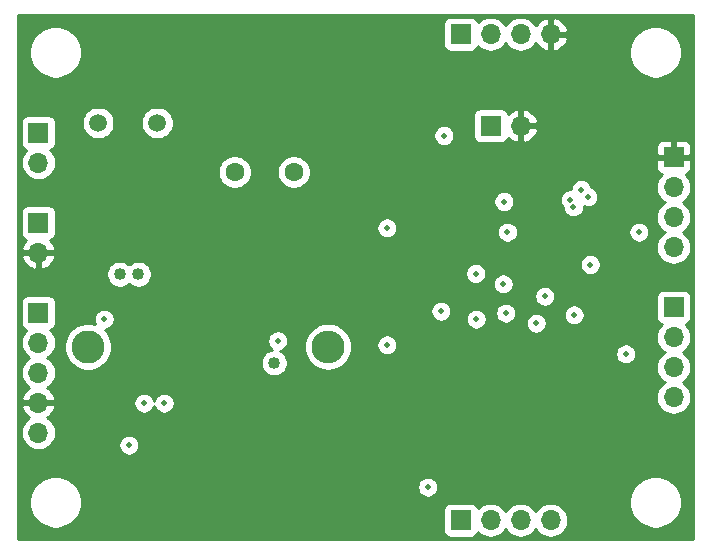
<source format=gbr>
G04 #@! TF.GenerationSoftware,KiCad,Pcbnew,(5.1.4)-1*
G04 #@! TF.CreationDate,2019-12-04T08:55:51-06:00*
G04 #@! TF.ProjectId,motor_control,6d6f746f-725f-4636-9f6e-74726f6c2e6b,rev?*
G04 #@! TF.SameCoordinates,Original*
G04 #@! TF.FileFunction,Copper,L2,Inr*
G04 #@! TF.FilePolarity,Positive*
%FSLAX46Y46*%
G04 Gerber Fmt 4.6, Leading zero omitted, Abs format (unit mm)*
G04 Created by KiCad (PCBNEW (5.1.4)-1) date 2019-12-04 08:55:51*
%MOMM*%
%LPD*%
G04 APERTURE LIST*
%ADD10C,1.600000*%
%ADD11C,1.500000*%
%ADD12O,1.700000X1.700000*%
%ADD13R,1.700000X1.700000*%
%ADD14O,2.800000X2.800000*%
%ADD15C,2.800000*%
%ADD16C,0.508000*%
%ADD17C,1.016000*%
%ADD18C,0.254000*%
G04 APERTURE END LIST*
D10*
X143423000Y-87630000D03*
X148423000Y-87630000D03*
D11*
X136866000Y-83464400D03*
X131866000Y-83464400D03*
D12*
X126796800Y-109677200D03*
X126796800Y-107137200D03*
X126796800Y-104597200D03*
X126796800Y-102057200D03*
D13*
X126796800Y-99517200D03*
D12*
X167640000Y-83693000D03*
D13*
X165100000Y-83693000D03*
D12*
X170180000Y-75946000D03*
X167640000Y-75946000D03*
X165100000Y-75946000D03*
D13*
X162560000Y-75946000D03*
X180594000Y-99060000D03*
D12*
X180594000Y-101600000D03*
X180594000Y-104140000D03*
X180594000Y-106680000D03*
X170180000Y-117094000D03*
X167640000Y-117094000D03*
X165100000Y-117094000D03*
D13*
X162560000Y-117094000D03*
X180594000Y-86360000D03*
D12*
X180594000Y-88900000D03*
X180594000Y-91440000D03*
X180594000Y-93980000D03*
D13*
X126796800Y-91897200D03*
D12*
X126796800Y-94437200D03*
X126796800Y-86817200D03*
D13*
X126796800Y-84277200D03*
D14*
X151333200Y-102412800D03*
D15*
X131013200Y-102412800D03*
D16*
X176530000Y-103022400D03*
X177647600Y-92710000D03*
X166217600Y-90119200D03*
X172110400Y-90576400D03*
X166522400Y-92710000D03*
D17*
X135280400Y-96266000D03*
X133705600Y-96266000D03*
X146761200Y-103784400D03*
D16*
X134467600Y-110744000D03*
X168960800Y-100431600D03*
X169672000Y-98145600D03*
X132384800Y-100076000D03*
X177698400Y-103022400D03*
X174904400Y-100228400D03*
X169672000Y-96570800D03*
X174955200Y-90830400D03*
X165354000Y-90830400D03*
X169113200Y-94335600D03*
X156311600Y-90424000D03*
X156311600Y-104190800D03*
X147015200Y-89916000D03*
D17*
X133705600Y-93980000D03*
X135280400Y-93980000D03*
X138836400Y-84582000D03*
X139598400Y-98602800D03*
X135483600Y-102616000D03*
D16*
X175006000Y-95097600D03*
X165709600Y-100685600D03*
D17*
X131876800Y-85648800D03*
D16*
X141732000Y-104546400D03*
X163880800Y-100076000D03*
X156311600Y-92354400D03*
X163830000Y-96215200D03*
X156311600Y-102260400D03*
X166166800Y-97100200D03*
X159766000Y-114300000D03*
X147066000Y-101904800D03*
X137464800Y-107188000D03*
X173329600Y-89712800D03*
X135737600Y-107188000D03*
X172770800Y-89103200D03*
X173532800Y-95453200D03*
X161137600Y-84531200D03*
X160883601Y-99415601D03*
X166370000Y-99568000D03*
X171837124Y-89975192D03*
X172161200Y-99720400D03*
D18*
G36*
X182220001Y-118720000D02*
G01*
X125120000Y-118720000D01*
X125120000Y-115349872D01*
X126035000Y-115349872D01*
X126035000Y-115790128D01*
X126120890Y-116221925D01*
X126289369Y-116628669D01*
X126533962Y-116994729D01*
X126845271Y-117306038D01*
X127211331Y-117550631D01*
X127618075Y-117719110D01*
X128049872Y-117805000D01*
X128490128Y-117805000D01*
X128921925Y-117719110D01*
X129328669Y-117550631D01*
X129694729Y-117306038D01*
X130006038Y-116994729D01*
X130250631Y-116628669D01*
X130409966Y-116244000D01*
X161071928Y-116244000D01*
X161071928Y-117944000D01*
X161084188Y-118068482D01*
X161120498Y-118188180D01*
X161179463Y-118298494D01*
X161258815Y-118395185D01*
X161355506Y-118474537D01*
X161465820Y-118533502D01*
X161585518Y-118569812D01*
X161710000Y-118582072D01*
X163410000Y-118582072D01*
X163534482Y-118569812D01*
X163654180Y-118533502D01*
X163764494Y-118474537D01*
X163861185Y-118395185D01*
X163940537Y-118298494D01*
X163999502Y-118188180D01*
X164020393Y-118119313D01*
X164044866Y-118149134D01*
X164270986Y-118334706D01*
X164528966Y-118472599D01*
X164808889Y-118557513D01*
X165027050Y-118579000D01*
X165172950Y-118579000D01*
X165391111Y-118557513D01*
X165671034Y-118472599D01*
X165929014Y-118334706D01*
X166155134Y-118149134D01*
X166340706Y-117923014D01*
X166370000Y-117868209D01*
X166399294Y-117923014D01*
X166584866Y-118149134D01*
X166810986Y-118334706D01*
X167068966Y-118472599D01*
X167348889Y-118557513D01*
X167567050Y-118579000D01*
X167712950Y-118579000D01*
X167931111Y-118557513D01*
X168211034Y-118472599D01*
X168469014Y-118334706D01*
X168695134Y-118149134D01*
X168880706Y-117923014D01*
X168910000Y-117868209D01*
X168939294Y-117923014D01*
X169124866Y-118149134D01*
X169350986Y-118334706D01*
X169608966Y-118472599D01*
X169888889Y-118557513D01*
X170107050Y-118579000D01*
X170252950Y-118579000D01*
X170471111Y-118557513D01*
X170751034Y-118472599D01*
X171009014Y-118334706D01*
X171235134Y-118149134D01*
X171420706Y-117923014D01*
X171558599Y-117665034D01*
X171643513Y-117385111D01*
X171672185Y-117094000D01*
X171643513Y-116802889D01*
X171558599Y-116522966D01*
X171420706Y-116264986D01*
X171235134Y-116038866D01*
X171009014Y-115853294D01*
X170751034Y-115715401D01*
X170471111Y-115630487D01*
X170252950Y-115609000D01*
X170107050Y-115609000D01*
X169888889Y-115630487D01*
X169608966Y-115715401D01*
X169350986Y-115853294D01*
X169124866Y-116038866D01*
X168939294Y-116264986D01*
X168910000Y-116319791D01*
X168880706Y-116264986D01*
X168695134Y-116038866D01*
X168469014Y-115853294D01*
X168211034Y-115715401D01*
X167931111Y-115630487D01*
X167712950Y-115609000D01*
X167567050Y-115609000D01*
X167348889Y-115630487D01*
X167068966Y-115715401D01*
X166810986Y-115853294D01*
X166584866Y-116038866D01*
X166399294Y-116264986D01*
X166370000Y-116319791D01*
X166340706Y-116264986D01*
X166155134Y-116038866D01*
X165929014Y-115853294D01*
X165671034Y-115715401D01*
X165391111Y-115630487D01*
X165172950Y-115609000D01*
X165027050Y-115609000D01*
X164808889Y-115630487D01*
X164528966Y-115715401D01*
X164270986Y-115853294D01*
X164044866Y-116038866D01*
X164020393Y-116068687D01*
X163999502Y-115999820D01*
X163940537Y-115889506D01*
X163861185Y-115792815D01*
X163764494Y-115713463D01*
X163654180Y-115654498D01*
X163534482Y-115618188D01*
X163410000Y-115605928D01*
X161710000Y-115605928D01*
X161585518Y-115618188D01*
X161465820Y-115654498D01*
X161355506Y-115713463D01*
X161258815Y-115792815D01*
X161179463Y-115889506D01*
X161120498Y-115999820D01*
X161084188Y-116119518D01*
X161071928Y-116244000D01*
X130409966Y-116244000D01*
X130419110Y-116221925D01*
X130505000Y-115790128D01*
X130505000Y-115349872D01*
X176835000Y-115349872D01*
X176835000Y-115790128D01*
X176920890Y-116221925D01*
X177089369Y-116628669D01*
X177333962Y-116994729D01*
X177645271Y-117306038D01*
X178011331Y-117550631D01*
X178418075Y-117719110D01*
X178849872Y-117805000D01*
X179290128Y-117805000D01*
X179721925Y-117719110D01*
X180128669Y-117550631D01*
X180494729Y-117306038D01*
X180806038Y-116994729D01*
X181050631Y-116628669D01*
X181219110Y-116221925D01*
X181305000Y-115790128D01*
X181305000Y-115349872D01*
X181219110Y-114918075D01*
X181050631Y-114511331D01*
X180806038Y-114145271D01*
X180494729Y-113833962D01*
X180128669Y-113589369D01*
X179721925Y-113420890D01*
X179290128Y-113335000D01*
X178849872Y-113335000D01*
X178418075Y-113420890D01*
X178011331Y-113589369D01*
X177645271Y-113833962D01*
X177333962Y-114145271D01*
X177089369Y-114511331D01*
X176920890Y-114918075D01*
X176835000Y-115349872D01*
X130505000Y-115349872D01*
X130419110Y-114918075D01*
X130250631Y-114511331D01*
X130050920Y-114212441D01*
X158877000Y-114212441D01*
X158877000Y-114387559D01*
X158911164Y-114559312D01*
X158978179Y-114721099D01*
X159075469Y-114866704D01*
X159199296Y-114990531D01*
X159344901Y-115087821D01*
X159506688Y-115154836D01*
X159678441Y-115189000D01*
X159853559Y-115189000D01*
X160025312Y-115154836D01*
X160187099Y-115087821D01*
X160332704Y-114990531D01*
X160456531Y-114866704D01*
X160553821Y-114721099D01*
X160620836Y-114559312D01*
X160655000Y-114387559D01*
X160655000Y-114212441D01*
X160620836Y-114040688D01*
X160553821Y-113878901D01*
X160456531Y-113733296D01*
X160332704Y-113609469D01*
X160187099Y-113512179D01*
X160025312Y-113445164D01*
X159853559Y-113411000D01*
X159678441Y-113411000D01*
X159506688Y-113445164D01*
X159344901Y-113512179D01*
X159199296Y-113609469D01*
X159075469Y-113733296D01*
X158978179Y-113878901D01*
X158911164Y-114040688D01*
X158877000Y-114212441D01*
X130050920Y-114212441D01*
X130006038Y-114145271D01*
X129694729Y-113833962D01*
X129328669Y-113589369D01*
X128921925Y-113420890D01*
X128490128Y-113335000D01*
X128049872Y-113335000D01*
X127618075Y-113420890D01*
X127211331Y-113589369D01*
X126845271Y-113833962D01*
X126533962Y-114145271D01*
X126289369Y-114511331D01*
X126120890Y-114918075D01*
X126035000Y-115349872D01*
X125120000Y-115349872D01*
X125120000Y-109677200D01*
X125304615Y-109677200D01*
X125333287Y-109968311D01*
X125418201Y-110248234D01*
X125556094Y-110506214D01*
X125741666Y-110732334D01*
X125967786Y-110917906D01*
X126225766Y-111055799D01*
X126505689Y-111140713D01*
X126723850Y-111162200D01*
X126869750Y-111162200D01*
X127087911Y-111140713D01*
X127367834Y-111055799D01*
X127625814Y-110917906D01*
X127851934Y-110732334D01*
X127914217Y-110656441D01*
X133578600Y-110656441D01*
X133578600Y-110831559D01*
X133612764Y-111003312D01*
X133679779Y-111165099D01*
X133777069Y-111310704D01*
X133900896Y-111434531D01*
X134046501Y-111531821D01*
X134208288Y-111598836D01*
X134380041Y-111633000D01*
X134555159Y-111633000D01*
X134726912Y-111598836D01*
X134888699Y-111531821D01*
X135034304Y-111434531D01*
X135158131Y-111310704D01*
X135255421Y-111165099D01*
X135322436Y-111003312D01*
X135356600Y-110831559D01*
X135356600Y-110656441D01*
X135322436Y-110484688D01*
X135255421Y-110322901D01*
X135158131Y-110177296D01*
X135034304Y-110053469D01*
X134888699Y-109956179D01*
X134726912Y-109889164D01*
X134555159Y-109855000D01*
X134380041Y-109855000D01*
X134208288Y-109889164D01*
X134046501Y-109956179D01*
X133900896Y-110053469D01*
X133777069Y-110177296D01*
X133679779Y-110322901D01*
X133612764Y-110484688D01*
X133578600Y-110656441D01*
X127914217Y-110656441D01*
X128037506Y-110506214D01*
X128175399Y-110248234D01*
X128260313Y-109968311D01*
X128288985Y-109677200D01*
X128260313Y-109386089D01*
X128175399Y-109106166D01*
X128037506Y-108848186D01*
X127851934Y-108622066D01*
X127625814Y-108436494D01*
X127561277Y-108401999D01*
X127678155Y-108332378D01*
X127894388Y-108137469D01*
X128068441Y-107904120D01*
X128193625Y-107641299D01*
X128238276Y-107494090D01*
X128116955Y-107264200D01*
X126923800Y-107264200D01*
X126923800Y-107284200D01*
X126669800Y-107284200D01*
X126669800Y-107264200D01*
X125476645Y-107264200D01*
X125355324Y-107494090D01*
X125399975Y-107641299D01*
X125525159Y-107904120D01*
X125699212Y-108137469D01*
X125915445Y-108332378D01*
X126032323Y-108401999D01*
X125967786Y-108436494D01*
X125741666Y-108622066D01*
X125556094Y-108848186D01*
X125418201Y-109106166D01*
X125333287Y-109386089D01*
X125304615Y-109677200D01*
X125120000Y-109677200D01*
X125120000Y-107100441D01*
X134848600Y-107100441D01*
X134848600Y-107275559D01*
X134882764Y-107447312D01*
X134949779Y-107609099D01*
X135047069Y-107754704D01*
X135170896Y-107878531D01*
X135316501Y-107975821D01*
X135478288Y-108042836D01*
X135650041Y-108077000D01*
X135825159Y-108077000D01*
X135996912Y-108042836D01*
X136158699Y-107975821D01*
X136304304Y-107878531D01*
X136428131Y-107754704D01*
X136525421Y-107609099D01*
X136592436Y-107447312D01*
X136601200Y-107403253D01*
X136609964Y-107447312D01*
X136676979Y-107609099D01*
X136774269Y-107754704D01*
X136898096Y-107878531D01*
X137043701Y-107975821D01*
X137205488Y-108042836D01*
X137377241Y-108077000D01*
X137552359Y-108077000D01*
X137724112Y-108042836D01*
X137885899Y-107975821D01*
X138031504Y-107878531D01*
X138155331Y-107754704D01*
X138252621Y-107609099D01*
X138319636Y-107447312D01*
X138353800Y-107275559D01*
X138353800Y-107100441D01*
X138319636Y-106928688D01*
X138252621Y-106766901D01*
X138155331Y-106621296D01*
X138031504Y-106497469D01*
X137885899Y-106400179D01*
X137724112Y-106333164D01*
X137552359Y-106299000D01*
X137377241Y-106299000D01*
X137205488Y-106333164D01*
X137043701Y-106400179D01*
X136898096Y-106497469D01*
X136774269Y-106621296D01*
X136676979Y-106766901D01*
X136609964Y-106928688D01*
X136601200Y-106972747D01*
X136592436Y-106928688D01*
X136525421Y-106766901D01*
X136428131Y-106621296D01*
X136304304Y-106497469D01*
X136158699Y-106400179D01*
X135996912Y-106333164D01*
X135825159Y-106299000D01*
X135650041Y-106299000D01*
X135478288Y-106333164D01*
X135316501Y-106400179D01*
X135170896Y-106497469D01*
X135047069Y-106621296D01*
X134949779Y-106766901D01*
X134882764Y-106928688D01*
X134848600Y-107100441D01*
X125120000Y-107100441D01*
X125120000Y-102057200D01*
X125304615Y-102057200D01*
X125333287Y-102348311D01*
X125418201Y-102628234D01*
X125556094Y-102886214D01*
X125741666Y-103112334D01*
X125967786Y-103297906D01*
X126022591Y-103327200D01*
X125967786Y-103356494D01*
X125741666Y-103542066D01*
X125556094Y-103768186D01*
X125418201Y-104026166D01*
X125333287Y-104306089D01*
X125304615Y-104597200D01*
X125333287Y-104888311D01*
X125418201Y-105168234D01*
X125556094Y-105426214D01*
X125741666Y-105652334D01*
X125967786Y-105837906D01*
X126032323Y-105872401D01*
X125915445Y-105942022D01*
X125699212Y-106136931D01*
X125525159Y-106370280D01*
X125399975Y-106633101D01*
X125355324Y-106780310D01*
X125476645Y-107010200D01*
X126669800Y-107010200D01*
X126669800Y-106990200D01*
X126923800Y-106990200D01*
X126923800Y-107010200D01*
X128116955Y-107010200D01*
X128238276Y-106780310D01*
X128193625Y-106633101D01*
X128068441Y-106370280D01*
X127894388Y-106136931D01*
X127678155Y-105942022D01*
X127561277Y-105872401D01*
X127625814Y-105837906D01*
X127851934Y-105652334D01*
X128037506Y-105426214D01*
X128175399Y-105168234D01*
X128260313Y-104888311D01*
X128288985Y-104597200D01*
X128260313Y-104306089D01*
X128175399Y-104026166D01*
X128037506Y-103768186D01*
X127851934Y-103542066D01*
X127625814Y-103356494D01*
X127571009Y-103327200D01*
X127625814Y-103297906D01*
X127851934Y-103112334D01*
X128037506Y-102886214D01*
X128175399Y-102628234D01*
X128260313Y-102348311D01*
X128273702Y-102212370D01*
X128978200Y-102212370D01*
X128978200Y-102613230D01*
X129056404Y-103006387D01*
X129209807Y-103376734D01*
X129432513Y-103710037D01*
X129715963Y-103993487D01*
X130049266Y-104216193D01*
X130419613Y-104369596D01*
X130812770Y-104447800D01*
X131213630Y-104447800D01*
X131606787Y-104369596D01*
X131977134Y-104216193D01*
X132310437Y-103993487D01*
X132593887Y-103710037D01*
X132619420Y-103671824D01*
X145618200Y-103671824D01*
X145618200Y-103896976D01*
X145662125Y-104117801D01*
X145748287Y-104325813D01*
X145873374Y-104513020D01*
X146032580Y-104672226D01*
X146219787Y-104797313D01*
X146427799Y-104883475D01*
X146648624Y-104927400D01*
X146873776Y-104927400D01*
X147094601Y-104883475D01*
X147302613Y-104797313D01*
X147489820Y-104672226D01*
X147649026Y-104513020D01*
X147774113Y-104325813D01*
X147860275Y-104117801D01*
X147904200Y-103896976D01*
X147904200Y-103671824D01*
X147860275Y-103450999D01*
X147774113Y-103242987D01*
X147649026Y-103055780D01*
X147489820Y-102896574D01*
X147302613Y-102771487D01*
X147290648Y-102766531D01*
X147325312Y-102759636D01*
X147487099Y-102692621D01*
X147632704Y-102595331D01*
X147756531Y-102471504D01*
X147795755Y-102412800D01*
X149288354Y-102412800D01*
X149327645Y-102811730D01*
X149444009Y-103195329D01*
X149632973Y-103548856D01*
X149887276Y-103858724D01*
X150197144Y-104113027D01*
X150550671Y-104301991D01*
X150934270Y-104418355D01*
X151233231Y-104447800D01*
X151433169Y-104447800D01*
X151732130Y-104418355D01*
X152115729Y-104301991D01*
X152469256Y-104113027D01*
X152779124Y-103858724D01*
X153033427Y-103548856D01*
X153222391Y-103195329D01*
X153338755Y-102811730D01*
X153378046Y-102412800D01*
X153354413Y-102172841D01*
X155422600Y-102172841D01*
X155422600Y-102347959D01*
X155456764Y-102519712D01*
X155523779Y-102681499D01*
X155621069Y-102827104D01*
X155744896Y-102950931D01*
X155890501Y-103048221D01*
X156052288Y-103115236D01*
X156224041Y-103149400D01*
X156399159Y-103149400D01*
X156570912Y-103115236D01*
X156732699Y-103048221D01*
X156878304Y-102950931D01*
X156894394Y-102934841D01*
X175641000Y-102934841D01*
X175641000Y-103109959D01*
X175675164Y-103281712D01*
X175742179Y-103443499D01*
X175839469Y-103589104D01*
X175963296Y-103712931D01*
X176108901Y-103810221D01*
X176270688Y-103877236D01*
X176442441Y-103911400D01*
X176617559Y-103911400D01*
X176789312Y-103877236D01*
X176951099Y-103810221D01*
X177096704Y-103712931D01*
X177220531Y-103589104D01*
X177317821Y-103443499D01*
X177384836Y-103281712D01*
X177419000Y-103109959D01*
X177419000Y-102934841D01*
X177384836Y-102763088D01*
X177317821Y-102601301D01*
X177220531Y-102455696D01*
X177096704Y-102331869D01*
X176951099Y-102234579D01*
X176789312Y-102167564D01*
X176617559Y-102133400D01*
X176442441Y-102133400D01*
X176270688Y-102167564D01*
X176108901Y-102234579D01*
X175963296Y-102331869D01*
X175839469Y-102455696D01*
X175742179Y-102601301D01*
X175675164Y-102763088D01*
X175641000Y-102934841D01*
X156894394Y-102934841D01*
X157002131Y-102827104D01*
X157099421Y-102681499D01*
X157166436Y-102519712D01*
X157200600Y-102347959D01*
X157200600Y-102172841D01*
X157166436Y-102001088D01*
X157099421Y-101839301D01*
X157002131Y-101693696D01*
X156908435Y-101600000D01*
X179101815Y-101600000D01*
X179130487Y-101891111D01*
X179215401Y-102171034D01*
X179353294Y-102429014D01*
X179538866Y-102655134D01*
X179764986Y-102840706D01*
X179819791Y-102870000D01*
X179764986Y-102899294D01*
X179538866Y-103084866D01*
X179353294Y-103310986D01*
X179215401Y-103568966D01*
X179130487Y-103848889D01*
X179101815Y-104140000D01*
X179130487Y-104431111D01*
X179215401Y-104711034D01*
X179353294Y-104969014D01*
X179538866Y-105195134D01*
X179764986Y-105380706D01*
X179819791Y-105410000D01*
X179764986Y-105439294D01*
X179538866Y-105624866D01*
X179353294Y-105850986D01*
X179215401Y-106108966D01*
X179130487Y-106388889D01*
X179101815Y-106680000D01*
X179130487Y-106971111D01*
X179215401Y-107251034D01*
X179353294Y-107509014D01*
X179538866Y-107735134D01*
X179764986Y-107920706D01*
X180022966Y-108058599D01*
X180302889Y-108143513D01*
X180521050Y-108165000D01*
X180666950Y-108165000D01*
X180885111Y-108143513D01*
X181165034Y-108058599D01*
X181423014Y-107920706D01*
X181649134Y-107735134D01*
X181834706Y-107509014D01*
X181972599Y-107251034D01*
X182057513Y-106971111D01*
X182086185Y-106680000D01*
X182057513Y-106388889D01*
X181972599Y-106108966D01*
X181834706Y-105850986D01*
X181649134Y-105624866D01*
X181423014Y-105439294D01*
X181368209Y-105410000D01*
X181423014Y-105380706D01*
X181649134Y-105195134D01*
X181834706Y-104969014D01*
X181972599Y-104711034D01*
X182057513Y-104431111D01*
X182086185Y-104140000D01*
X182057513Y-103848889D01*
X181972599Y-103568966D01*
X181834706Y-103310986D01*
X181649134Y-103084866D01*
X181423014Y-102899294D01*
X181368209Y-102870000D01*
X181423014Y-102840706D01*
X181649134Y-102655134D01*
X181834706Y-102429014D01*
X181972599Y-102171034D01*
X182057513Y-101891111D01*
X182086185Y-101600000D01*
X182057513Y-101308889D01*
X181972599Y-101028966D01*
X181834706Y-100770986D01*
X181649134Y-100544866D01*
X181619313Y-100520393D01*
X181688180Y-100499502D01*
X181798494Y-100440537D01*
X181895185Y-100361185D01*
X181974537Y-100264494D01*
X182033502Y-100154180D01*
X182069812Y-100034482D01*
X182082072Y-99910000D01*
X182082072Y-98210000D01*
X182069812Y-98085518D01*
X182033502Y-97965820D01*
X181974537Y-97855506D01*
X181895185Y-97758815D01*
X181798494Y-97679463D01*
X181688180Y-97620498D01*
X181568482Y-97584188D01*
X181444000Y-97571928D01*
X179744000Y-97571928D01*
X179619518Y-97584188D01*
X179499820Y-97620498D01*
X179389506Y-97679463D01*
X179292815Y-97758815D01*
X179213463Y-97855506D01*
X179154498Y-97965820D01*
X179118188Y-98085518D01*
X179105928Y-98210000D01*
X179105928Y-99910000D01*
X179118188Y-100034482D01*
X179154498Y-100154180D01*
X179213463Y-100264494D01*
X179292815Y-100361185D01*
X179389506Y-100440537D01*
X179499820Y-100499502D01*
X179568687Y-100520393D01*
X179538866Y-100544866D01*
X179353294Y-100770986D01*
X179215401Y-101028966D01*
X179130487Y-101308889D01*
X179101815Y-101600000D01*
X156908435Y-101600000D01*
X156878304Y-101569869D01*
X156732699Y-101472579D01*
X156570912Y-101405564D01*
X156399159Y-101371400D01*
X156224041Y-101371400D01*
X156052288Y-101405564D01*
X155890501Y-101472579D01*
X155744896Y-101569869D01*
X155621069Y-101693696D01*
X155523779Y-101839301D01*
X155456764Y-102001088D01*
X155422600Y-102172841D01*
X153354413Y-102172841D01*
X153338755Y-102013870D01*
X153222391Y-101630271D01*
X153033427Y-101276744D01*
X152779124Y-100966876D01*
X152469256Y-100712573D01*
X152115729Y-100523609D01*
X151732130Y-100407245D01*
X151433169Y-100377800D01*
X151233231Y-100377800D01*
X150934270Y-100407245D01*
X150550671Y-100523609D01*
X150197144Y-100712573D01*
X149887276Y-100966876D01*
X149632973Y-101276744D01*
X149444009Y-101630271D01*
X149327645Y-102013870D01*
X149288354Y-102412800D01*
X147795755Y-102412800D01*
X147853821Y-102325899D01*
X147920836Y-102164112D01*
X147955000Y-101992359D01*
X147955000Y-101817241D01*
X147920836Y-101645488D01*
X147853821Y-101483701D01*
X147756531Y-101338096D01*
X147632704Y-101214269D01*
X147487099Y-101116979D01*
X147325312Y-101049964D01*
X147153559Y-101015800D01*
X146978441Y-101015800D01*
X146806688Y-101049964D01*
X146644901Y-101116979D01*
X146499296Y-101214269D01*
X146375469Y-101338096D01*
X146278179Y-101483701D01*
X146211164Y-101645488D01*
X146177000Y-101817241D01*
X146177000Y-101992359D01*
X146211164Y-102164112D01*
X146278179Y-102325899D01*
X146375469Y-102471504D01*
X146499296Y-102595331D01*
X146586683Y-102653721D01*
X146427799Y-102685325D01*
X146219787Y-102771487D01*
X146032580Y-102896574D01*
X145873374Y-103055780D01*
X145748287Y-103242987D01*
X145662125Y-103450999D01*
X145618200Y-103671824D01*
X132619420Y-103671824D01*
X132816593Y-103376734D01*
X132969996Y-103006387D01*
X133048200Y-102613230D01*
X133048200Y-102212370D01*
X132969996Y-101819213D01*
X132816593Y-101448866D01*
X132593887Y-101115563D01*
X132443324Y-100965000D01*
X132472359Y-100965000D01*
X132644112Y-100930836D01*
X132805899Y-100863821D01*
X132951504Y-100766531D01*
X133075331Y-100642704D01*
X133172621Y-100497099D01*
X133239636Y-100335312D01*
X133273800Y-100163559D01*
X133273800Y-99988441D01*
X133239636Y-99816688D01*
X133172621Y-99654901D01*
X133075331Y-99509296D01*
X132951504Y-99385469D01*
X132865559Y-99328042D01*
X159994601Y-99328042D01*
X159994601Y-99503160D01*
X160028765Y-99674913D01*
X160095780Y-99836700D01*
X160193070Y-99982305D01*
X160316897Y-100106132D01*
X160462502Y-100203422D01*
X160624289Y-100270437D01*
X160796042Y-100304601D01*
X160971160Y-100304601D01*
X161142913Y-100270437D01*
X161304700Y-100203422D01*
X161450305Y-100106132D01*
X161567996Y-99988441D01*
X162991800Y-99988441D01*
X162991800Y-100163559D01*
X163025964Y-100335312D01*
X163092979Y-100497099D01*
X163190269Y-100642704D01*
X163314096Y-100766531D01*
X163459701Y-100863821D01*
X163621488Y-100930836D01*
X163793241Y-100965000D01*
X163968359Y-100965000D01*
X164140112Y-100930836D01*
X164301899Y-100863821D01*
X164447504Y-100766531D01*
X164571331Y-100642704D01*
X164668621Y-100497099D01*
X164735636Y-100335312D01*
X164769800Y-100163559D01*
X164769800Y-99988441D01*
X164735636Y-99816688D01*
X164668621Y-99654901D01*
X164571331Y-99509296D01*
X164542476Y-99480441D01*
X165481000Y-99480441D01*
X165481000Y-99655559D01*
X165515164Y-99827312D01*
X165582179Y-99989099D01*
X165679469Y-100134704D01*
X165803296Y-100258531D01*
X165948901Y-100355821D01*
X166110688Y-100422836D01*
X166282441Y-100457000D01*
X166457559Y-100457000D01*
X166629312Y-100422836D01*
X166791099Y-100355821D01*
X166808729Y-100344041D01*
X168071800Y-100344041D01*
X168071800Y-100519159D01*
X168105964Y-100690912D01*
X168172979Y-100852699D01*
X168270269Y-100998304D01*
X168394096Y-101122131D01*
X168539701Y-101219421D01*
X168701488Y-101286436D01*
X168873241Y-101320600D01*
X169048359Y-101320600D01*
X169220112Y-101286436D01*
X169381899Y-101219421D01*
X169527504Y-101122131D01*
X169651331Y-100998304D01*
X169748621Y-100852699D01*
X169815636Y-100690912D01*
X169849800Y-100519159D01*
X169849800Y-100344041D01*
X169815636Y-100172288D01*
X169748621Y-100010501D01*
X169651331Y-99864896D01*
X169527504Y-99741069D01*
X169381899Y-99643779D01*
X169355493Y-99632841D01*
X171272200Y-99632841D01*
X171272200Y-99807959D01*
X171306364Y-99979712D01*
X171373379Y-100141499D01*
X171470669Y-100287104D01*
X171594496Y-100410931D01*
X171740101Y-100508221D01*
X171901888Y-100575236D01*
X172073641Y-100609400D01*
X172248759Y-100609400D01*
X172420512Y-100575236D01*
X172582299Y-100508221D01*
X172727904Y-100410931D01*
X172851731Y-100287104D01*
X172949021Y-100141499D01*
X173016036Y-99979712D01*
X173050200Y-99807959D01*
X173050200Y-99632841D01*
X173016036Y-99461088D01*
X172949021Y-99299301D01*
X172851731Y-99153696D01*
X172727904Y-99029869D01*
X172582299Y-98932579D01*
X172420512Y-98865564D01*
X172248759Y-98831400D01*
X172073641Y-98831400D01*
X171901888Y-98865564D01*
X171740101Y-98932579D01*
X171594496Y-99029869D01*
X171470669Y-99153696D01*
X171373379Y-99299301D01*
X171306364Y-99461088D01*
X171272200Y-99632841D01*
X169355493Y-99632841D01*
X169220112Y-99576764D01*
X169048359Y-99542600D01*
X168873241Y-99542600D01*
X168701488Y-99576764D01*
X168539701Y-99643779D01*
X168394096Y-99741069D01*
X168270269Y-99864896D01*
X168172979Y-100010501D01*
X168105964Y-100172288D01*
X168071800Y-100344041D01*
X166808729Y-100344041D01*
X166936704Y-100258531D01*
X167060531Y-100134704D01*
X167157821Y-99989099D01*
X167224836Y-99827312D01*
X167259000Y-99655559D01*
X167259000Y-99480441D01*
X167224836Y-99308688D01*
X167157821Y-99146901D01*
X167060531Y-99001296D01*
X166936704Y-98877469D01*
X166791099Y-98780179D01*
X166629312Y-98713164D01*
X166457559Y-98679000D01*
X166282441Y-98679000D01*
X166110688Y-98713164D01*
X165948901Y-98780179D01*
X165803296Y-98877469D01*
X165679469Y-99001296D01*
X165582179Y-99146901D01*
X165515164Y-99308688D01*
X165481000Y-99480441D01*
X164542476Y-99480441D01*
X164447504Y-99385469D01*
X164301899Y-99288179D01*
X164140112Y-99221164D01*
X163968359Y-99187000D01*
X163793241Y-99187000D01*
X163621488Y-99221164D01*
X163459701Y-99288179D01*
X163314096Y-99385469D01*
X163190269Y-99509296D01*
X163092979Y-99654901D01*
X163025964Y-99816688D01*
X162991800Y-99988441D01*
X161567996Y-99988441D01*
X161574132Y-99982305D01*
X161671422Y-99836700D01*
X161738437Y-99674913D01*
X161772601Y-99503160D01*
X161772601Y-99328042D01*
X161738437Y-99156289D01*
X161671422Y-98994502D01*
X161574132Y-98848897D01*
X161450305Y-98725070D01*
X161304700Y-98627780D01*
X161142913Y-98560765D01*
X160971160Y-98526601D01*
X160796042Y-98526601D01*
X160624289Y-98560765D01*
X160462502Y-98627780D01*
X160316897Y-98725070D01*
X160193070Y-98848897D01*
X160095780Y-98994502D01*
X160028765Y-99156289D01*
X159994601Y-99328042D01*
X132865559Y-99328042D01*
X132805899Y-99288179D01*
X132644112Y-99221164D01*
X132472359Y-99187000D01*
X132297241Y-99187000D01*
X132125488Y-99221164D01*
X131963701Y-99288179D01*
X131818096Y-99385469D01*
X131694269Y-99509296D01*
X131596979Y-99654901D01*
X131529964Y-99816688D01*
X131495800Y-99988441D01*
X131495800Y-100163559D01*
X131529964Y-100335312D01*
X131577548Y-100450188D01*
X131213630Y-100377800D01*
X130812770Y-100377800D01*
X130419613Y-100456004D01*
X130049266Y-100609407D01*
X129715963Y-100832113D01*
X129432513Y-101115563D01*
X129209807Y-101448866D01*
X129056404Y-101819213D01*
X128978200Y-102212370D01*
X128273702Y-102212370D01*
X128288985Y-102057200D01*
X128260313Y-101766089D01*
X128175399Y-101486166D01*
X128037506Y-101228186D01*
X127851934Y-101002066D01*
X127822113Y-100977593D01*
X127890980Y-100956702D01*
X128001294Y-100897737D01*
X128097985Y-100818385D01*
X128177337Y-100721694D01*
X128236302Y-100611380D01*
X128272612Y-100491682D01*
X128284872Y-100367200D01*
X128284872Y-98667200D01*
X128272612Y-98542718D01*
X128236302Y-98423020D01*
X128177337Y-98312706D01*
X128097985Y-98216015D01*
X128001294Y-98136663D01*
X127890980Y-98077698D01*
X127826180Y-98058041D01*
X168783000Y-98058041D01*
X168783000Y-98233159D01*
X168817164Y-98404912D01*
X168884179Y-98566699D01*
X168981469Y-98712304D01*
X169105296Y-98836131D01*
X169250901Y-98933421D01*
X169412688Y-99000436D01*
X169584441Y-99034600D01*
X169759559Y-99034600D01*
X169931312Y-99000436D01*
X170093099Y-98933421D01*
X170238704Y-98836131D01*
X170362531Y-98712304D01*
X170459821Y-98566699D01*
X170526836Y-98404912D01*
X170561000Y-98233159D01*
X170561000Y-98058041D01*
X170526836Y-97886288D01*
X170459821Y-97724501D01*
X170362531Y-97578896D01*
X170238704Y-97455069D01*
X170093099Y-97357779D01*
X169931312Y-97290764D01*
X169759559Y-97256600D01*
X169584441Y-97256600D01*
X169412688Y-97290764D01*
X169250901Y-97357779D01*
X169105296Y-97455069D01*
X168981469Y-97578896D01*
X168884179Y-97724501D01*
X168817164Y-97886288D01*
X168783000Y-98058041D01*
X127826180Y-98058041D01*
X127771282Y-98041388D01*
X127646800Y-98029128D01*
X125946800Y-98029128D01*
X125822318Y-98041388D01*
X125702620Y-98077698D01*
X125592306Y-98136663D01*
X125495615Y-98216015D01*
X125416263Y-98312706D01*
X125357298Y-98423020D01*
X125320988Y-98542718D01*
X125308728Y-98667200D01*
X125308728Y-100367200D01*
X125320988Y-100491682D01*
X125357298Y-100611380D01*
X125416263Y-100721694D01*
X125495615Y-100818385D01*
X125592306Y-100897737D01*
X125702620Y-100956702D01*
X125771487Y-100977593D01*
X125741666Y-101002066D01*
X125556094Y-101228186D01*
X125418201Y-101486166D01*
X125333287Y-101766089D01*
X125304615Y-102057200D01*
X125120000Y-102057200D01*
X125120000Y-96153424D01*
X132562600Y-96153424D01*
X132562600Y-96378576D01*
X132606525Y-96599401D01*
X132692687Y-96807413D01*
X132817774Y-96994620D01*
X132976980Y-97153826D01*
X133164187Y-97278913D01*
X133372199Y-97365075D01*
X133593024Y-97409000D01*
X133818176Y-97409000D01*
X134039001Y-97365075D01*
X134247013Y-97278913D01*
X134434220Y-97153826D01*
X134493000Y-97095046D01*
X134551780Y-97153826D01*
X134738987Y-97278913D01*
X134946999Y-97365075D01*
X135167824Y-97409000D01*
X135392976Y-97409000D01*
X135613801Y-97365075D01*
X135821813Y-97278913D01*
X136009020Y-97153826D01*
X136168226Y-96994620D01*
X136293313Y-96807413D01*
X136379475Y-96599401D01*
X136423400Y-96378576D01*
X136423400Y-96153424D01*
X136418272Y-96127641D01*
X162941000Y-96127641D01*
X162941000Y-96302759D01*
X162975164Y-96474512D01*
X163042179Y-96636299D01*
X163139469Y-96781904D01*
X163263296Y-96905731D01*
X163408901Y-97003021D01*
X163570688Y-97070036D01*
X163742441Y-97104200D01*
X163917559Y-97104200D01*
X164089312Y-97070036D01*
X164227874Y-97012641D01*
X165277800Y-97012641D01*
X165277800Y-97187759D01*
X165311964Y-97359512D01*
X165378979Y-97521299D01*
X165476269Y-97666904D01*
X165600096Y-97790731D01*
X165745701Y-97888021D01*
X165907488Y-97955036D01*
X166079241Y-97989200D01*
X166254359Y-97989200D01*
X166426112Y-97955036D01*
X166587899Y-97888021D01*
X166733504Y-97790731D01*
X166857331Y-97666904D01*
X166954621Y-97521299D01*
X167021636Y-97359512D01*
X167055800Y-97187759D01*
X167055800Y-97012641D01*
X167021636Y-96840888D01*
X166954621Y-96679101D01*
X166857331Y-96533496D01*
X166733504Y-96409669D01*
X166587899Y-96312379D01*
X166426112Y-96245364D01*
X166254359Y-96211200D01*
X166079241Y-96211200D01*
X165907488Y-96245364D01*
X165745701Y-96312379D01*
X165600096Y-96409669D01*
X165476269Y-96533496D01*
X165378979Y-96679101D01*
X165311964Y-96840888D01*
X165277800Y-97012641D01*
X164227874Y-97012641D01*
X164251099Y-97003021D01*
X164396704Y-96905731D01*
X164520531Y-96781904D01*
X164617821Y-96636299D01*
X164684836Y-96474512D01*
X164719000Y-96302759D01*
X164719000Y-96127641D01*
X164684836Y-95955888D01*
X164617821Y-95794101D01*
X164520531Y-95648496D01*
X164396704Y-95524669D01*
X164251099Y-95427379D01*
X164102052Y-95365641D01*
X172643800Y-95365641D01*
X172643800Y-95540759D01*
X172677964Y-95712512D01*
X172744979Y-95874299D01*
X172842269Y-96019904D01*
X172966096Y-96143731D01*
X173111701Y-96241021D01*
X173273488Y-96308036D01*
X173445241Y-96342200D01*
X173620359Y-96342200D01*
X173792112Y-96308036D01*
X173953899Y-96241021D01*
X174099504Y-96143731D01*
X174223331Y-96019904D01*
X174320621Y-95874299D01*
X174387636Y-95712512D01*
X174421800Y-95540759D01*
X174421800Y-95365641D01*
X174387636Y-95193888D01*
X174320621Y-95032101D01*
X174223331Y-94886496D01*
X174099504Y-94762669D01*
X173953899Y-94665379D01*
X173792112Y-94598364D01*
X173620359Y-94564200D01*
X173445241Y-94564200D01*
X173273488Y-94598364D01*
X173111701Y-94665379D01*
X172966096Y-94762669D01*
X172842269Y-94886496D01*
X172744979Y-95032101D01*
X172677964Y-95193888D01*
X172643800Y-95365641D01*
X164102052Y-95365641D01*
X164089312Y-95360364D01*
X163917559Y-95326200D01*
X163742441Y-95326200D01*
X163570688Y-95360364D01*
X163408901Y-95427379D01*
X163263296Y-95524669D01*
X163139469Y-95648496D01*
X163042179Y-95794101D01*
X162975164Y-95955888D01*
X162941000Y-96127641D01*
X136418272Y-96127641D01*
X136379475Y-95932599D01*
X136293313Y-95724587D01*
X136168226Y-95537380D01*
X136009020Y-95378174D01*
X135821813Y-95253087D01*
X135613801Y-95166925D01*
X135392976Y-95123000D01*
X135167824Y-95123000D01*
X134946999Y-95166925D01*
X134738987Y-95253087D01*
X134551780Y-95378174D01*
X134493000Y-95436954D01*
X134434220Y-95378174D01*
X134247013Y-95253087D01*
X134039001Y-95166925D01*
X133818176Y-95123000D01*
X133593024Y-95123000D01*
X133372199Y-95166925D01*
X133164187Y-95253087D01*
X132976980Y-95378174D01*
X132817774Y-95537380D01*
X132692687Y-95724587D01*
X132606525Y-95932599D01*
X132562600Y-96153424D01*
X125120000Y-96153424D01*
X125120000Y-94794090D01*
X125355324Y-94794090D01*
X125399975Y-94941299D01*
X125525159Y-95204120D01*
X125699212Y-95437469D01*
X125915445Y-95632378D01*
X126165548Y-95781357D01*
X126439909Y-95878681D01*
X126669800Y-95758014D01*
X126669800Y-94564200D01*
X126923800Y-94564200D01*
X126923800Y-95758014D01*
X127153691Y-95878681D01*
X127428052Y-95781357D01*
X127678155Y-95632378D01*
X127894388Y-95437469D01*
X128068441Y-95204120D01*
X128193625Y-94941299D01*
X128238276Y-94794090D01*
X128116955Y-94564200D01*
X126923800Y-94564200D01*
X126669800Y-94564200D01*
X125476645Y-94564200D01*
X125355324Y-94794090D01*
X125120000Y-94794090D01*
X125120000Y-91047200D01*
X125308728Y-91047200D01*
X125308728Y-92747200D01*
X125320988Y-92871682D01*
X125357298Y-92991380D01*
X125416263Y-93101694D01*
X125495615Y-93198385D01*
X125592306Y-93277737D01*
X125702620Y-93336702D01*
X125783266Y-93361166D01*
X125699212Y-93436931D01*
X125525159Y-93670280D01*
X125399975Y-93933101D01*
X125355324Y-94080310D01*
X125476645Y-94310200D01*
X126669800Y-94310200D01*
X126669800Y-94290200D01*
X126923800Y-94290200D01*
X126923800Y-94310200D01*
X128116955Y-94310200D01*
X128238276Y-94080310D01*
X128193625Y-93933101D01*
X128068441Y-93670280D01*
X127894388Y-93436931D01*
X127810334Y-93361166D01*
X127890980Y-93336702D01*
X128001294Y-93277737D01*
X128097985Y-93198385D01*
X128177337Y-93101694D01*
X128236302Y-92991380D01*
X128272612Y-92871682D01*
X128284872Y-92747200D01*
X128284872Y-92266841D01*
X155422600Y-92266841D01*
X155422600Y-92441959D01*
X155456764Y-92613712D01*
X155523779Y-92775499D01*
X155621069Y-92921104D01*
X155744896Y-93044931D01*
X155890501Y-93142221D01*
X156052288Y-93209236D01*
X156224041Y-93243400D01*
X156399159Y-93243400D01*
X156570912Y-93209236D01*
X156732699Y-93142221D01*
X156878304Y-93044931D01*
X157002131Y-92921104D01*
X157099421Y-92775499D01*
X157162820Y-92622441D01*
X165633400Y-92622441D01*
X165633400Y-92797559D01*
X165667564Y-92969312D01*
X165734579Y-93131099D01*
X165831869Y-93276704D01*
X165955696Y-93400531D01*
X166101301Y-93497821D01*
X166263088Y-93564836D01*
X166434841Y-93599000D01*
X166609959Y-93599000D01*
X166781712Y-93564836D01*
X166943499Y-93497821D01*
X167089104Y-93400531D01*
X167212931Y-93276704D01*
X167310221Y-93131099D01*
X167377236Y-92969312D01*
X167411400Y-92797559D01*
X167411400Y-92622441D01*
X176758600Y-92622441D01*
X176758600Y-92797559D01*
X176792764Y-92969312D01*
X176859779Y-93131099D01*
X176957069Y-93276704D01*
X177080896Y-93400531D01*
X177226501Y-93497821D01*
X177388288Y-93564836D01*
X177560041Y-93599000D01*
X177735159Y-93599000D01*
X177906912Y-93564836D01*
X178068699Y-93497821D01*
X178214304Y-93400531D01*
X178338131Y-93276704D01*
X178435421Y-93131099D01*
X178502436Y-92969312D01*
X178536600Y-92797559D01*
X178536600Y-92622441D01*
X178502436Y-92450688D01*
X178435421Y-92288901D01*
X178338131Y-92143296D01*
X178214304Y-92019469D01*
X178068699Y-91922179D01*
X177906912Y-91855164D01*
X177735159Y-91821000D01*
X177560041Y-91821000D01*
X177388288Y-91855164D01*
X177226501Y-91922179D01*
X177080896Y-92019469D01*
X176957069Y-92143296D01*
X176859779Y-92288901D01*
X176792764Y-92450688D01*
X176758600Y-92622441D01*
X167411400Y-92622441D01*
X167377236Y-92450688D01*
X167310221Y-92288901D01*
X167212931Y-92143296D01*
X167089104Y-92019469D01*
X166943499Y-91922179D01*
X166781712Y-91855164D01*
X166609959Y-91821000D01*
X166434841Y-91821000D01*
X166263088Y-91855164D01*
X166101301Y-91922179D01*
X165955696Y-92019469D01*
X165831869Y-92143296D01*
X165734579Y-92288901D01*
X165667564Y-92450688D01*
X165633400Y-92622441D01*
X157162820Y-92622441D01*
X157166436Y-92613712D01*
X157200600Y-92441959D01*
X157200600Y-92266841D01*
X157166436Y-92095088D01*
X157099421Y-91933301D01*
X157002131Y-91787696D01*
X156878304Y-91663869D01*
X156732699Y-91566579D01*
X156570912Y-91499564D01*
X156399159Y-91465400D01*
X156224041Y-91465400D01*
X156052288Y-91499564D01*
X155890501Y-91566579D01*
X155744896Y-91663869D01*
X155621069Y-91787696D01*
X155523779Y-91933301D01*
X155456764Y-92095088D01*
X155422600Y-92266841D01*
X128284872Y-92266841D01*
X128284872Y-91047200D01*
X128272612Y-90922718D01*
X128236302Y-90803020D01*
X128177337Y-90692706D01*
X128097985Y-90596015D01*
X128001294Y-90516663D01*
X127890980Y-90457698D01*
X127771282Y-90421388D01*
X127646800Y-90409128D01*
X125946800Y-90409128D01*
X125822318Y-90421388D01*
X125702620Y-90457698D01*
X125592306Y-90516663D01*
X125495615Y-90596015D01*
X125416263Y-90692706D01*
X125357298Y-90803020D01*
X125320988Y-90922718D01*
X125308728Y-91047200D01*
X125120000Y-91047200D01*
X125120000Y-90031641D01*
X165328600Y-90031641D01*
X165328600Y-90206759D01*
X165362764Y-90378512D01*
X165429779Y-90540299D01*
X165527069Y-90685904D01*
X165650896Y-90809731D01*
X165796501Y-90907021D01*
X165958288Y-90974036D01*
X166130041Y-91008200D01*
X166305159Y-91008200D01*
X166476912Y-90974036D01*
X166638699Y-90907021D01*
X166784304Y-90809731D01*
X166908131Y-90685904D01*
X167005421Y-90540299D01*
X167072436Y-90378512D01*
X167106600Y-90206759D01*
X167106600Y-90031641D01*
X167077955Y-89887633D01*
X170948124Y-89887633D01*
X170948124Y-90062751D01*
X170982288Y-90234504D01*
X171049303Y-90396291D01*
X171146593Y-90541896D01*
X171221400Y-90616703D01*
X171221400Y-90663959D01*
X171255564Y-90835712D01*
X171322579Y-90997499D01*
X171419869Y-91143104D01*
X171543696Y-91266931D01*
X171689301Y-91364221D01*
X171851088Y-91431236D01*
X172022841Y-91465400D01*
X172197959Y-91465400D01*
X172369712Y-91431236D01*
X172531499Y-91364221D01*
X172677104Y-91266931D01*
X172800931Y-91143104D01*
X172898221Y-90997499D01*
X172965236Y-90835712D01*
X172999400Y-90663959D01*
X172999400Y-90538273D01*
X173070288Y-90567636D01*
X173242041Y-90601800D01*
X173417159Y-90601800D01*
X173588912Y-90567636D01*
X173750699Y-90500621D01*
X173896304Y-90403331D01*
X174020131Y-90279504D01*
X174117421Y-90133899D01*
X174184436Y-89972112D01*
X174218600Y-89800359D01*
X174218600Y-89625241D01*
X174184436Y-89453488D01*
X174117421Y-89291701D01*
X174020131Y-89146096D01*
X173896304Y-89022269D01*
X173750699Y-88924979D01*
X173690395Y-88900000D01*
X179101815Y-88900000D01*
X179130487Y-89191111D01*
X179215401Y-89471034D01*
X179353294Y-89729014D01*
X179538866Y-89955134D01*
X179764986Y-90140706D01*
X179819791Y-90170000D01*
X179764986Y-90199294D01*
X179538866Y-90384866D01*
X179353294Y-90610986D01*
X179215401Y-90868966D01*
X179130487Y-91148889D01*
X179101815Y-91440000D01*
X179130487Y-91731111D01*
X179215401Y-92011034D01*
X179353294Y-92269014D01*
X179538866Y-92495134D01*
X179764986Y-92680706D01*
X179819791Y-92710000D01*
X179764986Y-92739294D01*
X179538866Y-92924866D01*
X179353294Y-93150986D01*
X179215401Y-93408966D01*
X179130487Y-93688889D01*
X179101815Y-93980000D01*
X179130487Y-94271111D01*
X179215401Y-94551034D01*
X179353294Y-94809014D01*
X179538866Y-95035134D01*
X179764986Y-95220706D01*
X180022966Y-95358599D01*
X180302889Y-95443513D01*
X180521050Y-95465000D01*
X180666950Y-95465000D01*
X180885111Y-95443513D01*
X181165034Y-95358599D01*
X181423014Y-95220706D01*
X181649134Y-95035134D01*
X181834706Y-94809014D01*
X181972599Y-94551034D01*
X182057513Y-94271111D01*
X182086185Y-93980000D01*
X182057513Y-93688889D01*
X181972599Y-93408966D01*
X181834706Y-93150986D01*
X181649134Y-92924866D01*
X181423014Y-92739294D01*
X181368209Y-92710000D01*
X181423014Y-92680706D01*
X181649134Y-92495134D01*
X181834706Y-92269014D01*
X181972599Y-92011034D01*
X182057513Y-91731111D01*
X182086185Y-91440000D01*
X182057513Y-91148889D01*
X181972599Y-90868966D01*
X181834706Y-90610986D01*
X181649134Y-90384866D01*
X181423014Y-90199294D01*
X181368209Y-90170000D01*
X181423014Y-90140706D01*
X181649134Y-89955134D01*
X181834706Y-89729014D01*
X181972599Y-89471034D01*
X182057513Y-89191111D01*
X182086185Y-88900000D01*
X182057513Y-88608889D01*
X181972599Y-88328966D01*
X181834706Y-88070986D01*
X181649134Y-87844866D01*
X181619313Y-87820393D01*
X181688180Y-87799502D01*
X181798494Y-87740537D01*
X181895185Y-87661185D01*
X181974537Y-87564494D01*
X182033502Y-87454180D01*
X182069812Y-87334482D01*
X182082072Y-87210000D01*
X182079000Y-86645750D01*
X181920250Y-86487000D01*
X180721000Y-86487000D01*
X180721000Y-86507000D01*
X180467000Y-86507000D01*
X180467000Y-86487000D01*
X179267750Y-86487000D01*
X179109000Y-86645750D01*
X179105928Y-87210000D01*
X179118188Y-87334482D01*
X179154498Y-87454180D01*
X179213463Y-87564494D01*
X179292815Y-87661185D01*
X179389506Y-87740537D01*
X179499820Y-87799502D01*
X179568687Y-87820393D01*
X179538866Y-87844866D01*
X179353294Y-88070986D01*
X179215401Y-88328966D01*
X179130487Y-88608889D01*
X179101815Y-88900000D01*
X173690395Y-88900000D01*
X173631985Y-88875806D01*
X173625636Y-88843888D01*
X173558621Y-88682101D01*
X173461331Y-88536496D01*
X173337504Y-88412669D01*
X173191899Y-88315379D01*
X173030112Y-88248364D01*
X172858359Y-88214200D01*
X172683241Y-88214200D01*
X172511488Y-88248364D01*
X172349701Y-88315379D01*
X172204096Y-88412669D01*
X172080269Y-88536496D01*
X171982979Y-88682101D01*
X171915964Y-88843888D01*
X171881800Y-89015641D01*
X171881800Y-89086192D01*
X171749565Y-89086192D01*
X171577812Y-89120356D01*
X171416025Y-89187371D01*
X171270420Y-89284661D01*
X171146593Y-89408488D01*
X171049303Y-89554093D01*
X170982288Y-89715880D01*
X170948124Y-89887633D01*
X167077955Y-89887633D01*
X167072436Y-89859888D01*
X167005421Y-89698101D01*
X166908131Y-89552496D01*
X166784304Y-89428669D01*
X166638699Y-89331379D01*
X166476912Y-89264364D01*
X166305159Y-89230200D01*
X166130041Y-89230200D01*
X165958288Y-89264364D01*
X165796501Y-89331379D01*
X165650896Y-89428669D01*
X165527069Y-89552496D01*
X165429779Y-89698101D01*
X165362764Y-89859888D01*
X165328600Y-90031641D01*
X125120000Y-90031641D01*
X125120000Y-86817200D01*
X125304615Y-86817200D01*
X125333287Y-87108311D01*
X125418201Y-87388234D01*
X125556094Y-87646214D01*
X125741666Y-87872334D01*
X125967786Y-88057906D01*
X126225766Y-88195799D01*
X126505689Y-88280713D01*
X126723850Y-88302200D01*
X126869750Y-88302200D01*
X127087911Y-88280713D01*
X127367834Y-88195799D01*
X127625814Y-88057906D01*
X127851934Y-87872334D01*
X128037506Y-87646214D01*
X128121717Y-87488665D01*
X141988000Y-87488665D01*
X141988000Y-87771335D01*
X142043147Y-88048574D01*
X142151320Y-88309727D01*
X142308363Y-88544759D01*
X142508241Y-88744637D01*
X142743273Y-88901680D01*
X143004426Y-89009853D01*
X143281665Y-89065000D01*
X143564335Y-89065000D01*
X143841574Y-89009853D01*
X144102727Y-88901680D01*
X144337759Y-88744637D01*
X144537637Y-88544759D01*
X144694680Y-88309727D01*
X144802853Y-88048574D01*
X144858000Y-87771335D01*
X144858000Y-87488665D01*
X146988000Y-87488665D01*
X146988000Y-87771335D01*
X147043147Y-88048574D01*
X147151320Y-88309727D01*
X147308363Y-88544759D01*
X147508241Y-88744637D01*
X147743273Y-88901680D01*
X148004426Y-89009853D01*
X148281665Y-89065000D01*
X148564335Y-89065000D01*
X148841574Y-89009853D01*
X149102727Y-88901680D01*
X149337759Y-88744637D01*
X149537637Y-88544759D01*
X149694680Y-88309727D01*
X149802853Y-88048574D01*
X149858000Y-87771335D01*
X149858000Y-87488665D01*
X149802853Y-87211426D01*
X149694680Y-86950273D01*
X149537637Y-86715241D01*
X149337759Y-86515363D01*
X149102727Y-86358320D01*
X148841574Y-86250147D01*
X148564335Y-86195000D01*
X148281665Y-86195000D01*
X148004426Y-86250147D01*
X147743273Y-86358320D01*
X147508241Y-86515363D01*
X147308363Y-86715241D01*
X147151320Y-86950273D01*
X147043147Y-87211426D01*
X146988000Y-87488665D01*
X144858000Y-87488665D01*
X144802853Y-87211426D01*
X144694680Y-86950273D01*
X144537637Y-86715241D01*
X144337759Y-86515363D01*
X144102727Y-86358320D01*
X143841574Y-86250147D01*
X143564335Y-86195000D01*
X143281665Y-86195000D01*
X143004426Y-86250147D01*
X142743273Y-86358320D01*
X142508241Y-86515363D01*
X142308363Y-86715241D01*
X142151320Y-86950273D01*
X142043147Y-87211426D01*
X141988000Y-87488665D01*
X128121717Y-87488665D01*
X128175399Y-87388234D01*
X128260313Y-87108311D01*
X128288985Y-86817200D01*
X128260313Y-86526089D01*
X128175399Y-86246166D01*
X128037506Y-85988186D01*
X127851934Y-85762066D01*
X127822113Y-85737593D01*
X127890980Y-85716702D01*
X128001294Y-85657737D01*
X128097985Y-85578385D01*
X128154106Y-85510000D01*
X179105928Y-85510000D01*
X179109000Y-86074250D01*
X179267750Y-86233000D01*
X180467000Y-86233000D01*
X180467000Y-85033750D01*
X180721000Y-85033750D01*
X180721000Y-86233000D01*
X181920250Y-86233000D01*
X182079000Y-86074250D01*
X182082072Y-85510000D01*
X182069812Y-85385518D01*
X182033502Y-85265820D01*
X181974537Y-85155506D01*
X181895185Y-85058815D01*
X181798494Y-84979463D01*
X181688180Y-84920498D01*
X181568482Y-84884188D01*
X181444000Y-84871928D01*
X180879750Y-84875000D01*
X180721000Y-85033750D01*
X180467000Y-85033750D01*
X180308250Y-84875000D01*
X179744000Y-84871928D01*
X179619518Y-84884188D01*
X179499820Y-84920498D01*
X179389506Y-84979463D01*
X179292815Y-85058815D01*
X179213463Y-85155506D01*
X179154498Y-85265820D01*
X179118188Y-85385518D01*
X179105928Y-85510000D01*
X128154106Y-85510000D01*
X128177337Y-85481694D01*
X128236302Y-85371380D01*
X128272612Y-85251682D01*
X128284872Y-85127200D01*
X128284872Y-83427200D01*
X128275101Y-83327989D01*
X130481000Y-83327989D01*
X130481000Y-83600811D01*
X130534225Y-83868389D01*
X130638629Y-84120443D01*
X130790201Y-84347286D01*
X130983114Y-84540199D01*
X131209957Y-84691771D01*
X131462011Y-84796175D01*
X131729589Y-84849400D01*
X132002411Y-84849400D01*
X132269989Y-84796175D01*
X132522043Y-84691771D01*
X132748886Y-84540199D01*
X132941799Y-84347286D01*
X133093371Y-84120443D01*
X133197775Y-83868389D01*
X133251000Y-83600811D01*
X133251000Y-83327989D01*
X135481000Y-83327989D01*
X135481000Y-83600811D01*
X135534225Y-83868389D01*
X135638629Y-84120443D01*
X135790201Y-84347286D01*
X135983114Y-84540199D01*
X136209957Y-84691771D01*
X136462011Y-84796175D01*
X136729589Y-84849400D01*
X137002411Y-84849400D01*
X137269989Y-84796175D01*
X137522043Y-84691771D01*
X137748886Y-84540199D01*
X137845444Y-84443641D01*
X160248600Y-84443641D01*
X160248600Y-84618759D01*
X160282764Y-84790512D01*
X160349779Y-84952299D01*
X160447069Y-85097904D01*
X160570896Y-85221731D01*
X160716501Y-85319021D01*
X160878288Y-85386036D01*
X161050041Y-85420200D01*
X161225159Y-85420200D01*
X161396912Y-85386036D01*
X161558699Y-85319021D01*
X161704304Y-85221731D01*
X161828131Y-85097904D01*
X161925421Y-84952299D01*
X161992436Y-84790512D01*
X162026600Y-84618759D01*
X162026600Y-84443641D01*
X161992436Y-84271888D01*
X161925421Y-84110101D01*
X161828131Y-83964496D01*
X161704304Y-83840669D01*
X161558699Y-83743379D01*
X161396912Y-83676364D01*
X161225159Y-83642200D01*
X161050041Y-83642200D01*
X160878288Y-83676364D01*
X160716501Y-83743379D01*
X160570896Y-83840669D01*
X160447069Y-83964496D01*
X160349779Y-84110101D01*
X160282764Y-84271888D01*
X160248600Y-84443641D01*
X137845444Y-84443641D01*
X137941799Y-84347286D01*
X138093371Y-84120443D01*
X138197775Y-83868389D01*
X138251000Y-83600811D01*
X138251000Y-83327989D01*
X138197775Y-83060411D01*
X138107721Y-82843000D01*
X163611928Y-82843000D01*
X163611928Y-84543000D01*
X163624188Y-84667482D01*
X163660498Y-84787180D01*
X163719463Y-84897494D01*
X163798815Y-84994185D01*
X163895506Y-85073537D01*
X164005820Y-85132502D01*
X164125518Y-85168812D01*
X164250000Y-85181072D01*
X165950000Y-85181072D01*
X166074482Y-85168812D01*
X166194180Y-85132502D01*
X166304494Y-85073537D01*
X166401185Y-84994185D01*
X166480537Y-84897494D01*
X166539502Y-84787180D01*
X166563966Y-84706534D01*
X166639731Y-84790588D01*
X166873080Y-84964641D01*
X167135901Y-85089825D01*
X167283110Y-85134476D01*
X167513000Y-85013155D01*
X167513000Y-83820000D01*
X167767000Y-83820000D01*
X167767000Y-85013155D01*
X167996890Y-85134476D01*
X168144099Y-85089825D01*
X168406920Y-84964641D01*
X168640269Y-84790588D01*
X168835178Y-84574355D01*
X168984157Y-84324252D01*
X169081481Y-84049891D01*
X168960814Y-83820000D01*
X167767000Y-83820000D01*
X167513000Y-83820000D01*
X167493000Y-83820000D01*
X167493000Y-83566000D01*
X167513000Y-83566000D01*
X167513000Y-82372845D01*
X167767000Y-82372845D01*
X167767000Y-83566000D01*
X168960814Y-83566000D01*
X169081481Y-83336109D01*
X168984157Y-83061748D01*
X168835178Y-82811645D01*
X168640269Y-82595412D01*
X168406920Y-82421359D01*
X168144099Y-82296175D01*
X167996890Y-82251524D01*
X167767000Y-82372845D01*
X167513000Y-82372845D01*
X167283110Y-82251524D01*
X167135901Y-82296175D01*
X166873080Y-82421359D01*
X166639731Y-82595412D01*
X166563966Y-82679466D01*
X166539502Y-82598820D01*
X166480537Y-82488506D01*
X166401185Y-82391815D01*
X166304494Y-82312463D01*
X166194180Y-82253498D01*
X166074482Y-82217188D01*
X165950000Y-82204928D01*
X164250000Y-82204928D01*
X164125518Y-82217188D01*
X164005820Y-82253498D01*
X163895506Y-82312463D01*
X163798815Y-82391815D01*
X163719463Y-82488506D01*
X163660498Y-82598820D01*
X163624188Y-82718518D01*
X163611928Y-82843000D01*
X138107721Y-82843000D01*
X138093371Y-82808357D01*
X137941799Y-82581514D01*
X137748886Y-82388601D01*
X137522043Y-82237029D01*
X137269989Y-82132625D01*
X137002411Y-82079400D01*
X136729589Y-82079400D01*
X136462011Y-82132625D01*
X136209957Y-82237029D01*
X135983114Y-82388601D01*
X135790201Y-82581514D01*
X135638629Y-82808357D01*
X135534225Y-83060411D01*
X135481000Y-83327989D01*
X133251000Y-83327989D01*
X133197775Y-83060411D01*
X133093371Y-82808357D01*
X132941799Y-82581514D01*
X132748886Y-82388601D01*
X132522043Y-82237029D01*
X132269989Y-82132625D01*
X132002411Y-82079400D01*
X131729589Y-82079400D01*
X131462011Y-82132625D01*
X131209957Y-82237029D01*
X130983114Y-82388601D01*
X130790201Y-82581514D01*
X130638629Y-82808357D01*
X130534225Y-83060411D01*
X130481000Y-83327989D01*
X128275101Y-83327989D01*
X128272612Y-83302718D01*
X128236302Y-83183020D01*
X128177337Y-83072706D01*
X128097985Y-82976015D01*
X128001294Y-82896663D01*
X127890980Y-82837698D01*
X127771282Y-82801388D01*
X127646800Y-82789128D01*
X125946800Y-82789128D01*
X125822318Y-82801388D01*
X125702620Y-82837698D01*
X125592306Y-82896663D01*
X125495615Y-82976015D01*
X125416263Y-83072706D01*
X125357298Y-83183020D01*
X125320988Y-83302718D01*
X125308728Y-83427200D01*
X125308728Y-85127200D01*
X125320988Y-85251682D01*
X125357298Y-85371380D01*
X125416263Y-85481694D01*
X125495615Y-85578385D01*
X125592306Y-85657737D01*
X125702620Y-85716702D01*
X125771487Y-85737593D01*
X125741666Y-85762066D01*
X125556094Y-85988186D01*
X125418201Y-86246166D01*
X125333287Y-86526089D01*
X125304615Y-86817200D01*
X125120000Y-86817200D01*
X125120000Y-77249872D01*
X126035000Y-77249872D01*
X126035000Y-77690128D01*
X126120890Y-78121925D01*
X126289369Y-78528669D01*
X126533962Y-78894729D01*
X126845271Y-79206038D01*
X127211331Y-79450631D01*
X127618075Y-79619110D01*
X128049872Y-79705000D01*
X128490128Y-79705000D01*
X128921925Y-79619110D01*
X129328669Y-79450631D01*
X129694729Y-79206038D01*
X130006038Y-78894729D01*
X130250631Y-78528669D01*
X130419110Y-78121925D01*
X130505000Y-77690128D01*
X130505000Y-77249872D01*
X130419110Y-76818075D01*
X130250631Y-76411331D01*
X130006038Y-76045271D01*
X129694729Y-75733962D01*
X129328669Y-75489369D01*
X128921925Y-75320890D01*
X128490128Y-75235000D01*
X128049872Y-75235000D01*
X127618075Y-75320890D01*
X127211331Y-75489369D01*
X126845271Y-75733962D01*
X126533962Y-76045271D01*
X126289369Y-76411331D01*
X126120890Y-76818075D01*
X126035000Y-77249872D01*
X125120000Y-77249872D01*
X125120000Y-75096000D01*
X161071928Y-75096000D01*
X161071928Y-76796000D01*
X161084188Y-76920482D01*
X161120498Y-77040180D01*
X161179463Y-77150494D01*
X161258815Y-77247185D01*
X161355506Y-77326537D01*
X161465820Y-77385502D01*
X161585518Y-77421812D01*
X161710000Y-77434072D01*
X163410000Y-77434072D01*
X163534482Y-77421812D01*
X163654180Y-77385502D01*
X163764494Y-77326537D01*
X163861185Y-77247185D01*
X163940537Y-77150494D01*
X163999502Y-77040180D01*
X164020393Y-76971313D01*
X164044866Y-77001134D01*
X164270986Y-77186706D01*
X164528966Y-77324599D01*
X164808889Y-77409513D01*
X165027050Y-77431000D01*
X165172950Y-77431000D01*
X165391111Y-77409513D01*
X165671034Y-77324599D01*
X165929014Y-77186706D01*
X166155134Y-77001134D01*
X166340706Y-76775014D01*
X166370000Y-76720209D01*
X166399294Y-76775014D01*
X166584866Y-77001134D01*
X166810986Y-77186706D01*
X167068966Y-77324599D01*
X167348889Y-77409513D01*
X167567050Y-77431000D01*
X167712950Y-77431000D01*
X167931111Y-77409513D01*
X168211034Y-77324599D01*
X168469014Y-77186706D01*
X168695134Y-77001134D01*
X168880706Y-76775014D01*
X168915201Y-76710477D01*
X168984822Y-76827355D01*
X169179731Y-77043588D01*
X169413080Y-77217641D01*
X169675901Y-77342825D01*
X169823110Y-77387476D01*
X170053000Y-77266155D01*
X170053000Y-76073000D01*
X170307000Y-76073000D01*
X170307000Y-77266155D01*
X170536890Y-77387476D01*
X170684099Y-77342825D01*
X170879251Y-77249872D01*
X176835000Y-77249872D01*
X176835000Y-77690128D01*
X176920890Y-78121925D01*
X177089369Y-78528669D01*
X177333962Y-78894729D01*
X177645271Y-79206038D01*
X178011331Y-79450631D01*
X178418075Y-79619110D01*
X178849872Y-79705000D01*
X179290128Y-79705000D01*
X179721925Y-79619110D01*
X180128669Y-79450631D01*
X180494729Y-79206038D01*
X180806038Y-78894729D01*
X181050631Y-78528669D01*
X181219110Y-78121925D01*
X181305000Y-77690128D01*
X181305000Y-77249872D01*
X181219110Y-76818075D01*
X181050631Y-76411331D01*
X180806038Y-76045271D01*
X180494729Y-75733962D01*
X180128669Y-75489369D01*
X179721925Y-75320890D01*
X179290128Y-75235000D01*
X178849872Y-75235000D01*
X178418075Y-75320890D01*
X178011331Y-75489369D01*
X177645271Y-75733962D01*
X177333962Y-76045271D01*
X177089369Y-76411331D01*
X176920890Y-76818075D01*
X176835000Y-77249872D01*
X170879251Y-77249872D01*
X170946920Y-77217641D01*
X171180269Y-77043588D01*
X171375178Y-76827355D01*
X171524157Y-76577252D01*
X171621481Y-76302891D01*
X171500814Y-76073000D01*
X170307000Y-76073000D01*
X170053000Y-76073000D01*
X170033000Y-76073000D01*
X170033000Y-75819000D01*
X170053000Y-75819000D01*
X170053000Y-74625845D01*
X170307000Y-74625845D01*
X170307000Y-75819000D01*
X171500814Y-75819000D01*
X171621481Y-75589109D01*
X171524157Y-75314748D01*
X171375178Y-75064645D01*
X171180269Y-74848412D01*
X170946920Y-74674359D01*
X170684099Y-74549175D01*
X170536890Y-74504524D01*
X170307000Y-74625845D01*
X170053000Y-74625845D01*
X169823110Y-74504524D01*
X169675901Y-74549175D01*
X169413080Y-74674359D01*
X169179731Y-74848412D01*
X168984822Y-75064645D01*
X168915201Y-75181523D01*
X168880706Y-75116986D01*
X168695134Y-74890866D01*
X168469014Y-74705294D01*
X168211034Y-74567401D01*
X167931111Y-74482487D01*
X167712950Y-74461000D01*
X167567050Y-74461000D01*
X167348889Y-74482487D01*
X167068966Y-74567401D01*
X166810986Y-74705294D01*
X166584866Y-74890866D01*
X166399294Y-75116986D01*
X166370000Y-75171791D01*
X166340706Y-75116986D01*
X166155134Y-74890866D01*
X165929014Y-74705294D01*
X165671034Y-74567401D01*
X165391111Y-74482487D01*
X165172950Y-74461000D01*
X165027050Y-74461000D01*
X164808889Y-74482487D01*
X164528966Y-74567401D01*
X164270986Y-74705294D01*
X164044866Y-74890866D01*
X164020393Y-74920687D01*
X163999502Y-74851820D01*
X163940537Y-74741506D01*
X163861185Y-74644815D01*
X163764494Y-74565463D01*
X163654180Y-74506498D01*
X163534482Y-74470188D01*
X163410000Y-74457928D01*
X161710000Y-74457928D01*
X161585518Y-74470188D01*
X161465820Y-74506498D01*
X161355506Y-74565463D01*
X161258815Y-74644815D01*
X161179463Y-74741506D01*
X161120498Y-74851820D01*
X161084188Y-74971518D01*
X161071928Y-75096000D01*
X125120000Y-75096000D01*
X125120000Y-74320000D01*
X182220000Y-74320000D01*
X182220001Y-118720000D01*
X182220001Y-118720000D01*
G37*
X182220001Y-118720000D02*
X125120000Y-118720000D01*
X125120000Y-115349872D01*
X126035000Y-115349872D01*
X126035000Y-115790128D01*
X126120890Y-116221925D01*
X126289369Y-116628669D01*
X126533962Y-116994729D01*
X126845271Y-117306038D01*
X127211331Y-117550631D01*
X127618075Y-117719110D01*
X128049872Y-117805000D01*
X128490128Y-117805000D01*
X128921925Y-117719110D01*
X129328669Y-117550631D01*
X129694729Y-117306038D01*
X130006038Y-116994729D01*
X130250631Y-116628669D01*
X130409966Y-116244000D01*
X161071928Y-116244000D01*
X161071928Y-117944000D01*
X161084188Y-118068482D01*
X161120498Y-118188180D01*
X161179463Y-118298494D01*
X161258815Y-118395185D01*
X161355506Y-118474537D01*
X161465820Y-118533502D01*
X161585518Y-118569812D01*
X161710000Y-118582072D01*
X163410000Y-118582072D01*
X163534482Y-118569812D01*
X163654180Y-118533502D01*
X163764494Y-118474537D01*
X163861185Y-118395185D01*
X163940537Y-118298494D01*
X163999502Y-118188180D01*
X164020393Y-118119313D01*
X164044866Y-118149134D01*
X164270986Y-118334706D01*
X164528966Y-118472599D01*
X164808889Y-118557513D01*
X165027050Y-118579000D01*
X165172950Y-118579000D01*
X165391111Y-118557513D01*
X165671034Y-118472599D01*
X165929014Y-118334706D01*
X166155134Y-118149134D01*
X166340706Y-117923014D01*
X166370000Y-117868209D01*
X166399294Y-117923014D01*
X166584866Y-118149134D01*
X166810986Y-118334706D01*
X167068966Y-118472599D01*
X167348889Y-118557513D01*
X167567050Y-118579000D01*
X167712950Y-118579000D01*
X167931111Y-118557513D01*
X168211034Y-118472599D01*
X168469014Y-118334706D01*
X168695134Y-118149134D01*
X168880706Y-117923014D01*
X168910000Y-117868209D01*
X168939294Y-117923014D01*
X169124866Y-118149134D01*
X169350986Y-118334706D01*
X169608966Y-118472599D01*
X169888889Y-118557513D01*
X170107050Y-118579000D01*
X170252950Y-118579000D01*
X170471111Y-118557513D01*
X170751034Y-118472599D01*
X171009014Y-118334706D01*
X171235134Y-118149134D01*
X171420706Y-117923014D01*
X171558599Y-117665034D01*
X171643513Y-117385111D01*
X171672185Y-117094000D01*
X171643513Y-116802889D01*
X171558599Y-116522966D01*
X171420706Y-116264986D01*
X171235134Y-116038866D01*
X171009014Y-115853294D01*
X170751034Y-115715401D01*
X170471111Y-115630487D01*
X170252950Y-115609000D01*
X170107050Y-115609000D01*
X169888889Y-115630487D01*
X169608966Y-115715401D01*
X169350986Y-115853294D01*
X169124866Y-116038866D01*
X168939294Y-116264986D01*
X168910000Y-116319791D01*
X168880706Y-116264986D01*
X168695134Y-116038866D01*
X168469014Y-115853294D01*
X168211034Y-115715401D01*
X167931111Y-115630487D01*
X167712950Y-115609000D01*
X167567050Y-115609000D01*
X167348889Y-115630487D01*
X167068966Y-115715401D01*
X166810986Y-115853294D01*
X166584866Y-116038866D01*
X166399294Y-116264986D01*
X166370000Y-116319791D01*
X166340706Y-116264986D01*
X166155134Y-116038866D01*
X165929014Y-115853294D01*
X165671034Y-115715401D01*
X165391111Y-115630487D01*
X165172950Y-115609000D01*
X165027050Y-115609000D01*
X164808889Y-115630487D01*
X164528966Y-115715401D01*
X164270986Y-115853294D01*
X164044866Y-116038866D01*
X164020393Y-116068687D01*
X163999502Y-115999820D01*
X163940537Y-115889506D01*
X163861185Y-115792815D01*
X163764494Y-115713463D01*
X163654180Y-115654498D01*
X163534482Y-115618188D01*
X163410000Y-115605928D01*
X161710000Y-115605928D01*
X161585518Y-115618188D01*
X161465820Y-115654498D01*
X161355506Y-115713463D01*
X161258815Y-115792815D01*
X161179463Y-115889506D01*
X161120498Y-115999820D01*
X161084188Y-116119518D01*
X161071928Y-116244000D01*
X130409966Y-116244000D01*
X130419110Y-116221925D01*
X130505000Y-115790128D01*
X130505000Y-115349872D01*
X176835000Y-115349872D01*
X176835000Y-115790128D01*
X176920890Y-116221925D01*
X177089369Y-116628669D01*
X177333962Y-116994729D01*
X177645271Y-117306038D01*
X178011331Y-117550631D01*
X178418075Y-117719110D01*
X178849872Y-117805000D01*
X179290128Y-117805000D01*
X179721925Y-117719110D01*
X180128669Y-117550631D01*
X180494729Y-117306038D01*
X180806038Y-116994729D01*
X181050631Y-116628669D01*
X181219110Y-116221925D01*
X181305000Y-115790128D01*
X181305000Y-115349872D01*
X181219110Y-114918075D01*
X181050631Y-114511331D01*
X180806038Y-114145271D01*
X180494729Y-113833962D01*
X180128669Y-113589369D01*
X179721925Y-113420890D01*
X179290128Y-113335000D01*
X178849872Y-113335000D01*
X178418075Y-113420890D01*
X178011331Y-113589369D01*
X177645271Y-113833962D01*
X177333962Y-114145271D01*
X177089369Y-114511331D01*
X176920890Y-114918075D01*
X176835000Y-115349872D01*
X130505000Y-115349872D01*
X130419110Y-114918075D01*
X130250631Y-114511331D01*
X130050920Y-114212441D01*
X158877000Y-114212441D01*
X158877000Y-114387559D01*
X158911164Y-114559312D01*
X158978179Y-114721099D01*
X159075469Y-114866704D01*
X159199296Y-114990531D01*
X159344901Y-115087821D01*
X159506688Y-115154836D01*
X159678441Y-115189000D01*
X159853559Y-115189000D01*
X160025312Y-115154836D01*
X160187099Y-115087821D01*
X160332704Y-114990531D01*
X160456531Y-114866704D01*
X160553821Y-114721099D01*
X160620836Y-114559312D01*
X160655000Y-114387559D01*
X160655000Y-114212441D01*
X160620836Y-114040688D01*
X160553821Y-113878901D01*
X160456531Y-113733296D01*
X160332704Y-113609469D01*
X160187099Y-113512179D01*
X160025312Y-113445164D01*
X159853559Y-113411000D01*
X159678441Y-113411000D01*
X159506688Y-113445164D01*
X159344901Y-113512179D01*
X159199296Y-113609469D01*
X159075469Y-113733296D01*
X158978179Y-113878901D01*
X158911164Y-114040688D01*
X158877000Y-114212441D01*
X130050920Y-114212441D01*
X130006038Y-114145271D01*
X129694729Y-113833962D01*
X129328669Y-113589369D01*
X128921925Y-113420890D01*
X128490128Y-113335000D01*
X128049872Y-113335000D01*
X127618075Y-113420890D01*
X127211331Y-113589369D01*
X126845271Y-113833962D01*
X126533962Y-114145271D01*
X126289369Y-114511331D01*
X126120890Y-114918075D01*
X126035000Y-115349872D01*
X125120000Y-115349872D01*
X125120000Y-109677200D01*
X125304615Y-109677200D01*
X125333287Y-109968311D01*
X125418201Y-110248234D01*
X125556094Y-110506214D01*
X125741666Y-110732334D01*
X125967786Y-110917906D01*
X126225766Y-111055799D01*
X126505689Y-111140713D01*
X126723850Y-111162200D01*
X126869750Y-111162200D01*
X127087911Y-111140713D01*
X127367834Y-111055799D01*
X127625814Y-110917906D01*
X127851934Y-110732334D01*
X127914217Y-110656441D01*
X133578600Y-110656441D01*
X133578600Y-110831559D01*
X133612764Y-111003312D01*
X133679779Y-111165099D01*
X133777069Y-111310704D01*
X133900896Y-111434531D01*
X134046501Y-111531821D01*
X134208288Y-111598836D01*
X134380041Y-111633000D01*
X134555159Y-111633000D01*
X134726912Y-111598836D01*
X134888699Y-111531821D01*
X135034304Y-111434531D01*
X135158131Y-111310704D01*
X135255421Y-111165099D01*
X135322436Y-111003312D01*
X135356600Y-110831559D01*
X135356600Y-110656441D01*
X135322436Y-110484688D01*
X135255421Y-110322901D01*
X135158131Y-110177296D01*
X135034304Y-110053469D01*
X134888699Y-109956179D01*
X134726912Y-109889164D01*
X134555159Y-109855000D01*
X134380041Y-109855000D01*
X134208288Y-109889164D01*
X134046501Y-109956179D01*
X133900896Y-110053469D01*
X133777069Y-110177296D01*
X133679779Y-110322901D01*
X133612764Y-110484688D01*
X133578600Y-110656441D01*
X127914217Y-110656441D01*
X128037506Y-110506214D01*
X128175399Y-110248234D01*
X128260313Y-109968311D01*
X128288985Y-109677200D01*
X128260313Y-109386089D01*
X128175399Y-109106166D01*
X128037506Y-108848186D01*
X127851934Y-108622066D01*
X127625814Y-108436494D01*
X127561277Y-108401999D01*
X127678155Y-108332378D01*
X127894388Y-108137469D01*
X128068441Y-107904120D01*
X128193625Y-107641299D01*
X128238276Y-107494090D01*
X128116955Y-107264200D01*
X126923800Y-107264200D01*
X126923800Y-107284200D01*
X126669800Y-107284200D01*
X126669800Y-107264200D01*
X125476645Y-107264200D01*
X125355324Y-107494090D01*
X125399975Y-107641299D01*
X125525159Y-107904120D01*
X125699212Y-108137469D01*
X125915445Y-108332378D01*
X126032323Y-108401999D01*
X125967786Y-108436494D01*
X125741666Y-108622066D01*
X125556094Y-108848186D01*
X125418201Y-109106166D01*
X125333287Y-109386089D01*
X125304615Y-109677200D01*
X125120000Y-109677200D01*
X125120000Y-107100441D01*
X134848600Y-107100441D01*
X134848600Y-107275559D01*
X134882764Y-107447312D01*
X134949779Y-107609099D01*
X135047069Y-107754704D01*
X135170896Y-107878531D01*
X135316501Y-107975821D01*
X135478288Y-108042836D01*
X135650041Y-108077000D01*
X135825159Y-108077000D01*
X135996912Y-108042836D01*
X136158699Y-107975821D01*
X136304304Y-107878531D01*
X136428131Y-107754704D01*
X136525421Y-107609099D01*
X136592436Y-107447312D01*
X136601200Y-107403253D01*
X136609964Y-107447312D01*
X136676979Y-107609099D01*
X136774269Y-107754704D01*
X136898096Y-107878531D01*
X137043701Y-107975821D01*
X137205488Y-108042836D01*
X137377241Y-108077000D01*
X137552359Y-108077000D01*
X137724112Y-108042836D01*
X137885899Y-107975821D01*
X138031504Y-107878531D01*
X138155331Y-107754704D01*
X138252621Y-107609099D01*
X138319636Y-107447312D01*
X138353800Y-107275559D01*
X138353800Y-107100441D01*
X138319636Y-106928688D01*
X138252621Y-106766901D01*
X138155331Y-106621296D01*
X138031504Y-106497469D01*
X137885899Y-106400179D01*
X137724112Y-106333164D01*
X137552359Y-106299000D01*
X137377241Y-106299000D01*
X137205488Y-106333164D01*
X137043701Y-106400179D01*
X136898096Y-106497469D01*
X136774269Y-106621296D01*
X136676979Y-106766901D01*
X136609964Y-106928688D01*
X136601200Y-106972747D01*
X136592436Y-106928688D01*
X136525421Y-106766901D01*
X136428131Y-106621296D01*
X136304304Y-106497469D01*
X136158699Y-106400179D01*
X135996912Y-106333164D01*
X135825159Y-106299000D01*
X135650041Y-106299000D01*
X135478288Y-106333164D01*
X135316501Y-106400179D01*
X135170896Y-106497469D01*
X135047069Y-106621296D01*
X134949779Y-106766901D01*
X134882764Y-106928688D01*
X134848600Y-107100441D01*
X125120000Y-107100441D01*
X125120000Y-102057200D01*
X125304615Y-102057200D01*
X125333287Y-102348311D01*
X125418201Y-102628234D01*
X125556094Y-102886214D01*
X125741666Y-103112334D01*
X125967786Y-103297906D01*
X126022591Y-103327200D01*
X125967786Y-103356494D01*
X125741666Y-103542066D01*
X125556094Y-103768186D01*
X125418201Y-104026166D01*
X125333287Y-104306089D01*
X125304615Y-104597200D01*
X125333287Y-104888311D01*
X125418201Y-105168234D01*
X125556094Y-105426214D01*
X125741666Y-105652334D01*
X125967786Y-105837906D01*
X126032323Y-105872401D01*
X125915445Y-105942022D01*
X125699212Y-106136931D01*
X125525159Y-106370280D01*
X125399975Y-106633101D01*
X125355324Y-106780310D01*
X125476645Y-107010200D01*
X126669800Y-107010200D01*
X126669800Y-106990200D01*
X126923800Y-106990200D01*
X126923800Y-107010200D01*
X128116955Y-107010200D01*
X128238276Y-106780310D01*
X128193625Y-106633101D01*
X128068441Y-106370280D01*
X127894388Y-106136931D01*
X127678155Y-105942022D01*
X127561277Y-105872401D01*
X127625814Y-105837906D01*
X127851934Y-105652334D01*
X128037506Y-105426214D01*
X128175399Y-105168234D01*
X128260313Y-104888311D01*
X128288985Y-104597200D01*
X128260313Y-104306089D01*
X128175399Y-104026166D01*
X128037506Y-103768186D01*
X127851934Y-103542066D01*
X127625814Y-103356494D01*
X127571009Y-103327200D01*
X127625814Y-103297906D01*
X127851934Y-103112334D01*
X128037506Y-102886214D01*
X128175399Y-102628234D01*
X128260313Y-102348311D01*
X128273702Y-102212370D01*
X128978200Y-102212370D01*
X128978200Y-102613230D01*
X129056404Y-103006387D01*
X129209807Y-103376734D01*
X129432513Y-103710037D01*
X129715963Y-103993487D01*
X130049266Y-104216193D01*
X130419613Y-104369596D01*
X130812770Y-104447800D01*
X131213630Y-104447800D01*
X131606787Y-104369596D01*
X131977134Y-104216193D01*
X132310437Y-103993487D01*
X132593887Y-103710037D01*
X132619420Y-103671824D01*
X145618200Y-103671824D01*
X145618200Y-103896976D01*
X145662125Y-104117801D01*
X145748287Y-104325813D01*
X145873374Y-104513020D01*
X146032580Y-104672226D01*
X146219787Y-104797313D01*
X146427799Y-104883475D01*
X146648624Y-104927400D01*
X146873776Y-104927400D01*
X147094601Y-104883475D01*
X147302613Y-104797313D01*
X147489820Y-104672226D01*
X147649026Y-104513020D01*
X147774113Y-104325813D01*
X147860275Y-104117801D01*
X147904200Y-103896976D01*
X147904200Y-103671824D01*
X147860275Y-103450999D01*
X147774113Y-103242987D01*
X147649026Y-103055780D01*
X147489820Y-102896574D01*
X147302613Y-102771487D01*
X147290648Y-102766531D01*
X147325312Y-102759636D01*
X147487099Y-102692621D01*
X147632704Y-102595331D01*
X147756531Y-102471504D01*
X147795755Y-102412800D01*
X149288354Y-102412800D01*
X149327645Y-102811730D01*
X149444009Y-103195329D01*
X149632973Y-103548856D01*
X149887276Y-103858724D01*
X150197144Y-104113027D01*
X150550671Y-104301991D01*
X150934270Y-104418355D01*
X151233231Y-104447800D01*
X151433169Y-104447800D01*
X151732130Y-104418355D01*
X152115729Y-104301991D01*
X152469256Y-104113027D01*
X152779124Y-103858724D01*
X153033427Y-103548856D01*
X153222391Y-103195329D01*
X153338755Y-102811730D01*
X153378046Y-102412800D01*
X153354413Y-102172841D01*
X155422600Y-102172841D01*
X155422600Y-102347959D01*
X155456764Y-102519712D01*
X155523779Y-102681499D01*
X155621069Y-102827104D01*
X155744896Y-102950931D01*
X155890501Y-103048221D01*
X156052288Y-103115236D01*
X156224041Y-103149400D01*
X156399159Y-103149400D01*
X156570912Y-103115236D01*
X156732699Y-103048221D01*
X156878304Y-102950931D01*
X156894394Y-102934841D01*
X175641000Y-102934841D01*
X175641000Y-103109959D01*
X175675164Y-103281712D01*
X175742179Y-103443499D01*
X175839469Y-103589104D01*
X175963296Y-103712931D01*
X176108901Y-103810221D01*
X176270688Y-103877236D01*
X176442441Y-103911400D01*
X176617559Y-103911400D01*
X176789312Y-103877236D01*
X176951099Y-103810221D01*
X177096704Y-103712931D01*
X177220531Y-103589104D01*
X177317821Y-103443499D01*
X177384836Y-103281712D01*
X177419000Y-103109959D01*
X177419000Y-102934841D01*
X177384836Y-102763088D01*
X177317821Y-102601301D01*
X177220531Y-102455696D01*
X177096704Y-102331869D01*
X176951099Y-102234579D01*
X176789312Y-102167564D01*
X176617559Y-102133400D01*
X176442441Y-102133400D01*
X176270688Y-102167564D01*
X176108901Y-102234579D01*
X175963296Y-102331869D01*
X175839469Y-102455696D01*
X175742179Y-102601301D01*
X175675164Y-102763088D01*
X175641000Y-102934841D01*
X156894394Y-102934841D01*
X157002131Y-102827104D01*
X157099421Y-102681499D01*
X157166436Y-102519712D01*
X157200600Y-102347959D01*
X157200600Y-102172841D01*
X157166436Y-102001088D01*
X157099421Y-101839301D01*
X157002131Y-101693696D01*
X156908435Y-101600000D01*
X179101815Y-101600000D01*
X179130487Y-101891111D01*
X179215401Y-102171034D01*
X179353294Y-102429014D01*
X179538866Y-102655134D01*
X179764986Y-102840706D01*
X179819791Y-102870000D01*
X179764986Y-102899294D01*
X179538866Y-103084866D01*
X179353294Y-103310986D01*
X179215401Y-103568966D01*
X179130487Y-103848889D01*
X179101815Y-104140000D01*
X179130487Y-104431111D01*
X179215401Y-104711034D01*
X179353294Y-104969014D01*
X179538866Y-105195134D01*
X179764986Y-105380706D01*
X179819791Y-105410000D01*
X179764986Y-105439294D01*
X179538866Y-105624866D01*
X179353294Y-105850986D01*
X179215401Y-106108966D01*
X179130487Y-106388889D01*
X179101815Y-106680000D01*
X179130487Y-106971111D01*
X179215401Y-107251034D01*
X179353294Y-107509014D01*
X179538866Y-107735134D01*
X179764986Y-107920706D01*
X180022966Y-108058599D01*
X180302889Y-108143513D01*
X180521050Y-108165000D01*
X180666950Y-108165000D01*
X180885111Y-108143513D01*
X181165034Y-108058599D01*
X181423014Y-107920706D01*
X181649134Y-107735134D01*
X181834706Y-107509014D01*
X181972599Y-107251034D01*
X182057513Y-106971111D01*
X182086185Y-106680000D01*
X182057513Y-106388889D01*
X181972599Y-106108966D01*
X181834706Y-105850986D01*
X181649134Y-105624866D01*
X181423014Y-105439294D01*
X181368209Y-105410000D01*
X181423014Y-105380706D01*
X181649134Y-105195134D01*
X181834706Y-104969014D01*
X181972599Y-104711034D01*
X182057513Y-104431111D01*
X182086185Y-104140000D01*
X182057513Y-103848889D01*
X181972599Y-103568966D01*
X181834706Y-103310986D01*
X181649134Y-103084866D01*
X181423014Y-102899294D01*
X181368209Y-102870000D01*
X181423014Y-102840706D01*
X181649134Y-102655134D01*
X181834706Y-102429014D01*
X181972599Y-102171034D01*
X182057513Y-101891111D01*
X182086185Y-101600000D01*
X182057513Y-101308889D01*
X181972599Y-101028966D01*
X181834706Y-100770986D01*
X181649134Y-100544866D01*
X181619313Y-100520393D01*
X181688180Y-100499502D01*
X181798494Y-100440537D01*
X181895185Y-100361185D01*
X181974537Y-100264494D01*
X182033502Y-100154180D01*
X182069812Y-100034482D01*
X182082072Y-99910000D01*
X182082072Y-98210000D01*
X182069812Y-98085518D01*
X182033502Y-97965820D01*
X181974537Y-97855506D01*
X181895185Y-97758815D01*
X181798494Y-97679463D01*
X181688180Y-97620498D01*
X181568482Y-97584188D01*
X181444000Y-97571928D01*
X179744000Y-97571928D01*
X179619518Y-97584188D01*
X179499820Y-97620498D01*
X179389506Y-97679463D01*
X179292815Y-97758815D01*
X179213463Y-97855506D01*
X179154498Y-97965820D01*
X179118188Y-98085518D01*
X179105928Y-98210000D01*
X179105928Y-99910000D01*
X179118188Y-100034482D01*
X179154498Y-100154180D01*
X179213463Y-100264494D01*
X179292815Y-100361185D01*
X179389506Y-100440537D01*
X179499820Y-100499502D01*
X179568687Y-100520393D01*
X179538866Y-100544866D01*
X179353294Y-100770986D01*
X179215401Y-101028966D01*
X179130487Y-101308889D01*
X179101815Y-101600000D01*
X156908435Y-101600000D01*
X156878304Y-101569869D01*
X156732699Y-101472579D01*
X156570912Y-101405564D01*
X156399159Y-101371400D01*
X156224041Y-101371400D01*
X156052288Y-101405564D01*
X155890501Y-101472579D01*
X155744896Y-101569869D01*
X155621069Y-101693696D01*
X155523779Y-101839301D01*
X155456764Y-102001088D01*
X155422600Y-102172841D01*
X153354413Y-102172841D01*
X153338755Y-102013870D01*
X153222391Y-101630271D01*
X153033427Y-101276744D01*
X152779124Y-100966876D01*
X152469256Y-100712573D01*
X152115729Y-100523609D01*
X151732130Y-100407245D01*
X151433169Y-100377800D01*
X151233231Y-100377800D01*
X150934270Y-100407245D01*
X150550671Y-100523609D01*
X150197144Y-100712573D01*
X149887276Y-100966876D01*
X149632973Y-101276744D01*
X149444009Y-101630271D01*
X149327645Y-102013870D01*
X149288354Y-102412800D01*
X147795755Y-102412800D01*
X147853821Y-102325899D01*
X147920836Y-102164112D01*
X147955000Y-101992359D01*
X147955000Y-101817241D01*
X147920836Y-101645488D01*
X147853821Y-101483701D01*
X147756531Y-101338096D01*
X147632704Y-101214269D01*
X147487099Y-101116979D01*
X147325312Y-101049964D01*
X147153559Y-101015800D01*
X146978441Y-101015800D01*
X146806688Y-101049964D01*
X146644901Y-101116979D01*
X146499296Y-101214269D01*
X146375469Y-101338096D01*
X146278179Y-101483701D01*
X146211164Y-101645488D01*
X146177000Y-101817241D01*
X146177000Y-101992359D01*
X146211164Y-102164112D01*
X146278179Y-102325899D01*
X146375469Y-102471504D01*
X146499296Y-102595331D01*
X146586683Y-102653721D01*
X146427799Y-102685325D01*
X146219787Y-102771487D01*
X146032580Y-102896574D01*
X145873374Y-103055780D01*
X145748287Y-103242987D01*
X145662125Y-103450999D01*
X145618200Y-103671824D01*
X132619420Y-103671824D01*
X132816593Y-103376734D01*
X132969996Y-103006387D01*
X133048200Y-102613230D01*
X133048200Y-102212370D01*
X132969996Y-101819213D01*
X132816593Y-101448866D01*
X132593887Y-101115563D01*
X132443324Y-100965000D01*
X132472359Y-100965000D01*
X132644112Y-100930836D01*
X132805899Y-100863821D01*
X132951504Y-100766531D01*
X133075331Y-100642704D01*
X133172621Y-100497099D01*
X133239636Y-100335312D01*
X133273800Y-100163559D01*
X133273800Y-99988441D01*
X133239636Y-99816688D01*
X133172621Y-99654901D01*
X133075331Y-99509296D01*
X132951504Y-99385469D01*
X132865559Y-99328042D01*
X159994601Y-99328042D01*
X159994601Y-99503160D01*
X160028765Y-99674913D01*
X160095780Y-99836700D01*
X160193070Y-99982305D01*
X160316897Y-100106132D01*
X160462502Y-100203422D01*
X160624289Y-100270437D01*
X160796042Y-100304601D01*
X160971160Y-100304601D01*
X161142913Y-100270437D01*
X161304700Y-100203422D01*
X161450305Y-100106132D01*
X161567996Y-99988441D01*
X162991800Y-99988441D01*
X162991800Y-100163559D01*
X163025964Y-100335312D01*
X163092979Y-100497099D01*
X163190269Y-100642704D01*
X163314096Y-100766531D01*
X163459701Y-100863821D01*
X163621488Y-100930836D01*
X163793241Y-100965000D01*
X163968359Y-100965000D01*
X164140112Y-100930836D01*
X164301899Y-100863821D01*
X164447504Y-100766531D01*
X164571331Y-100642704D01*
X164668621Y-100497099D01*
X164735636Y-100335312D01*
X164769800Y-100163559D01*
X164769800Y-99988441D01*
X164735636Y-99816688D01*
X164668621Y-99654901D01*
X164571331Y-99509296D01*
X164542476Y-99480441D01*
X165481000Y-99480441D01*
X165481000Y-99655559D01*
X165515164Y-99827312D01*
X165582179Y-99989099D01*
X165679469Y-100134704D01*
X165803296Y-100258531D01*
X165948901Y-100355821D01*
X166110688Y-100422836D01*
X166282441Y-100457000D01*
X166457559Y-100457000D01*
X166629312Y-100422836D01*
X166791099Y-100355821D01*
X166808729Y-100344041D01*
X168071800Y-100344041D01*
X168071800Y-100519159D01*
X168105964Y-100690912D01*
X168172979Y-100852699D01*
X168270269Y-100998304D01*
X168394096Y-101122131D01*
X168539701Y-101219421D01*
X168701488Y-101286436D01*
X168873241Y-101320600D01*
X169048359Y-101320600D01*
X169220112Y-101286436D01*
X169381899Y-101219421D01*
X169527504Y-101122131D01*
X169651331Y-100998304D01*
X169748621Y-100852699D01*
X169815636Y-100690912D01*
X169849800Y-100519159D01*
X169849800Y-100344041D01*
X169815636Y-100172288D01*
X169748621Y-100010501D01*
X169651331Y-99864896D01*
X169527504Y-99741069D01*
X169381899Y-99643779D01*
X169355493Y-99632841D01*
X171272200Y-99632841D01*
X171272200Y-99807959D01*
X171306364Y-99979712D01*
X171373379Y-100141499D01*
X171470669Y-100287104D01*
X171594496Y-100410931D01*
X171740101Y-100508221D01*
X171901888Y-100575236D01*
X172073641Y-100609400D01*
X172248759Y-100609400D01*
X172420512Y-100575236D01*
X172582299Y-100508221D01*
X172727904Y-100410931D01*
X172851731Y-100287104D01*
X172949021Y-100141499D01*
X173016036Y-99979712D01*
X173050200Y-99807959D01*
X173050200Y-99632841D01*
X173016036Y-99461088D01*
X172949021Y-99299301D01*
X172851731Y-99153696D01*
X172727904Y-99029869D01*
X172582299Y-98932579D01*
X172420512Y-98865564D01*
X172248759Y-98831400D01*
X172073641Y-98831400D01*
X171901888Y-98865564D01*
X171740101Y-98932579D01*
X171594496Y-99029869D01*
X171470669Y-99153696D01*
X171373379Y-99299301D01*
X171306364Y-99461088D01*
X171272200Y-99632841D01*
X169355493Y-99632841D01*
X169220112Y-99576764D01*
X169048359Y-99542600D01*
X168873241Y-99542600D01*
X168701488Y-99576764D01*
X168539701Y-99643779D01*
X168394096Y-99741069D01*
X168270269Y-99864896D01*
X168172979Y-100010501D01*
X168105964Y-100172288D01*
X168071800Y-100344041D01*
X166808729Y-100344041D01*
X166936704Y-100258531D01*
X167060531Y-100134704D01*
X167157821Y-99989099D01*
X167224836Y-99827312D01*
X167259000Y-99655559D01*
X167259000Y-99480441D01*
X167224836Y-99308688D01*
X167157821Y-99146901D01*
X167060531Y-99001296D01*
X166936704Y-98877469D01*
X166791099Y-98780179D01*
X166629312Y-98713164D01*
X166457559Y-98679000D01*
X166282441Y-98679000D01*
X166110688Y-98713164D01*
X165948901Y-98780179D01*
X165803296Y-98877469D01*
X165679469Y-99001296D01*
X165582179Y-99146901D01*
X165515164Y-99308688D01*
X165481000Y-99480441D01*
X164542476Y-99480441D01*
X164447504Y-99385469D01*
X164301899Y-99288179D01*
X164140112Y-99221164D01*
X163968359Y-99187000D01*
X163793241Y-99187000D01*
X163621488Y-99221164D01*
X163459701Y-99288179D01*
X163314096Y-99385469D01*
X163190269Y-99509296D01*
X163092979Y-99654901D01*
X163025964Y-99816688D01*
X162991800Y-99988441D01*
X161567996Y-99988441D01*
X161574132Y-99982305D01*
X161671422Y-99836700D01*
X161738437Y-99674913D01*
X161772601Y-99503160D01*
X161772601Y-99328042D01*
X161738437Y-99156289D01*
X161671422Y-98994502D01*
X161574132Y-98848897D01*
X161450305Y-98725070D01*
X161304700Y-98627780D01*
X161142913Y-98560765D01*
X160971160Y-98526601D01*
X160796042Y-98526601D01*
X160624289Y-98560765D01*
X160462502Y-98627780D01*
X160316897Y-98725070D01*
X160193070Y-98848897D01*
X160095780Y-98994502D01*
X160028765Y-99156289D01*
X159994601Y-99328042D01*
X132865559Y-99328042D01*
X132805899Y-99288179D01*
X132644112Y-99221164D01*
X132472359Y-99187000D01*
X132297241Y-99187000D01*
X132125488Y-99221164D01*
X131963701Y-99288179D01*
X131818096Y-99385469D01*
X131694269Y-99509296D01*
X131596979Y-99654901D01*
X131529964Y-99816688D01*
X131495800Y-99988441D01*
X131495800Y-100163559D01*
X131529964Y-100335312D01*
X131577548Y-100450188D01*
X131213630Y-100377800D01*
X130812770Y-100377800D01*
X130419613Y-100456004D01*
X130049266Y-100609407D01*
X129715963Y-100832113D01*
X129432513Y-101115563D01*
X129209807Y-101448866D01*
X129056404Y-101819213D01*
X128978200Y-102212370D01*
X128273702Y-102212370D01*
X128288985Y-102057200D01*
X128260313Y-101766089D01*
X128175399Y-101486166D01*
X128037506Y-101228186D01*
X127851934Y-101002066D01*
X127822113Y-100977593D01*
X127890980Y-100956702D01*
X128001294Y-100897737D01*
X128097985Y-100818385D01*
X128177337Y-100721694D01*
X128236302Y-100611380D01*
X128272612Y-100491682D01*
X128284872Y-100367200D01*
X128284872Y-98667200D01*
X128272612Y-98542718D01*
X128236302Y-98423020D01*
X128177337Y-98312706D01*
X128097985Y-98216015D01*
X128001294Y-98136663D01*
X127890980Y-98077698D01*
X127826180Y-98058041D01*
X168783000Y-98058041D01*
X168783000Y-98233159D01*
X168817164Y-98404912D01*
X168884179Y-98566699D01*
X168981469Y-98712304D01*
X169105296Y-98836131D01*
X169250901Y-98933421D01*
X169412688Y-99000436D01*
X169584441Y-99034600D01*
X169759559Y-99034600D01*
X169931312Y-99000436D01*
X170093099Y-98933421D01*
X170238704Y-98836131D01*
X170362531Y-98712304D01*
X170459821Y-98566699D01*
X170526836Y-98404912D01*
X170561000Y-98233159D01*
X170561000Y-98058041D01*
X170526836Y-97886288D01*
X170459821Y-97724501D01*
X170362531Y-97578896D01*
X170238704Y-97455069D01*
X170093099Y-97357779D01*
X169931312Y-97290764D01*
X169759559Y-97256600D01*
X169584441Y-97256600D01*
X169412688Y-97290764D01*
X169250901Y-97357779D01*
X169105296Y-97455069D01*
X168981469Y-97578896D01*
X168884179Y-97724501D01*
X168817164Y-97886288D01*
X168783000Y-98058041D01*
X127826180Y-98058041D01*
X127771282Y-98041388D01*
X127646800Y-98029128D01*
X125946800Y-98029128D01*
X125822318Y-98041388D01*
X125702620Y-98077698D01*
X125592306Y-98136663D01*
X125495615Y-98216015D01*
X125416263Y-98312706D01*
X125357298Y-98423020D01*
X125320988Y-98542718D01*
X125308728Y-98667200D01*
X125308728Y-100367200D01*
X125320988Y-100491682D01*
X125357298Y-100611380D01*
X125416263Y-100721694D01*
X125495615Y-100818385D01*
X125592306Y-100897737D01*
X125702620Y-100956702D01*
X125771487Y-100977593D01*
X125741666Y-101002066D01*
X125556094Y-101228186D01*
X125418201Y-101486166D01*
X125333287Y-101766089D01*
X125304615Y-102057200D01*
X125120000Y-102057200D01*
X125120000Y-96153424D01*
X132562600Y-96153424D01*
X132562600Y-96378576D01*
X132606525Y-96599401D01*
X132692687Y-96807413D01*
X132817774Y-96994620D01*
X132976980Y-97153826D01*
X133164187Y-97278913D01*
X133372199Y-97365075D01*
X133593024Y-97409000D01*
X133818176Y-97409000D01*
X134039001Y-97365075D01*
X134247013Y-97278913D01*
X134434220Y-97153826D01*
X134493000Y-97095046D01*
X134551780Y-97153826D01*
X134738987Y-97278913D01*
X134946999Y-97365075D01*
X135167824Y-97409000D01*
X135392976Y-97409000D01*
X135613801Y-97365075D01*
X135821813Y-97278913D01*
X136009020Y-97153826D01*
X136168226Y-96994620D01*
X136293313Y-96807413D01*
X136379475Y-96599401D01*
X136423400Y-96378576D01*
X136423400Y-96153424D01*
X136418272Y-96127641D01*
X162941000Y-96127641D01*
X162941000Y-96302759D01*
X162975164Y-96474512D01*
X163042179Y-96636299D01*
X163139469Y-96781904D01*
X163263296Y-96905731D01*
X163408901Y-97003021D01*
X163570688Y-97070036D01*
X163742441Y-97104200D01*
X163917559Y-97104200D01*
X164089312Y-97070036D01*
X164227874Y-97012641D01*
X165277800Y-97012641D01*
X165277800Y-97187759D01*
X165311964Y-97359512D01*
X165378979Y-97521299D01*
X165476269Y-97666904D01*
X165600096Y-97790731D01*
X165745701Y-97888021D01*
X165907488Y-97955036D01*
X166079241Y-97989200D01*
X166254359Y-97989200D01*
X166426112Y-97955036D01*
X166587899Y-97888021D01*
X166733504Y-97790731D01*
X166857331Y-97666904D01*
X166954621Y-97521299D01*
X167021636Y-97359512D01*
X167055800Y-97187759D01*
X167055800Y-97012641D01*
X167021636Y-96840888D01*
X166954621Y-96679101D01*
X166857331Y-96533496D01*
X166733504Y-96409669D01*
X166587899Y-96312379D01*
X166426112Y-96245364D01*
X166254359Y-96211200D01*
X166079241Y-96211200D01*
X165907488Y-96245364D01*
X165745701Y-96312379D01*
X165600096Y-96409669D01*
X165476269Y-96533496D01*
X165378979Y-96679101D01*
X165311964Y-96840888D01*
X165277800Y-97012641D01*
X164227874Y-97012641D01*
X164251099Y-97003021D01*
X164396704Y-96905731D01*
X164520531Y-96781904D01*
X164617821Y-96636299D01*
X164684836Y-96474512D01*
X164719000Y-96302759D01*
X164719000Y-96127641D01*
X164684836Y-95955888D01*
X164617821Y-95794101D01*
X164520531Y-95648496D01*
X164396704Y-95524669D01*
X164251099Y-95427379D01*
X164102052Y-95365641D01*
X172643800Y-95365641D01*
X172643800Y-95540759D01*
X172677964Y-95712512D01*
X172744979Y-95874299D01*
X172842269Y-96019904D01*
X172966096Y-96143731D01*
X173111701Y-96241021D01*
X173273488Y-96308036D01*
X173445241Y-96342200D01*
X173620359Y-96342200D01*
X173792112Y-96308036D01*
X173953899Y-96241021D01*
X174099504Y-96143731D01*
X174223331Y-96019904D01*
X174320621Y-95874299D01*
X174387636Y-95712512D01*
X174421800Y-95540759D01*
X174421800Y-95365641D01*
X174387636Y-95193888D01*
X174320621Y-95032101D01*
X174223331Y-94886496D01*
X174099504Y-94762669D01*
X173953899Y-94665379D01*
X173792112Y-94598364D01*
X173620359Y-94564200D01*
X173445241Y-94564200D01*
X173273488Y-94598364D01*
X173111701Y-94665379D01*
X172966096Y-94762669D01*
X172842269Y-94886496D01*
X172744979Y-95032101D01*
X172677964Y-95193888D01*
X172643800Y-95365641D01*
X164102052Y-95365641D01*
X164089312Y-95360364D01*
X163917559Y-95326200D01*
X163742441Y-95326200D01*
X163570688Y-95360364D01*
X163408901Y-95427379D01*
X163263296Y-95524669D01*
X163139469Y-95648496D01*
X163042179Y-95794101D01*
X162975164Y-95955888D01*
X162941000Y-96127641D01*
X136418272Y-96127641D01*
X136379475Y-95932599D01*
X136293313Y-95724587D01*
X136168226Y-95537380D01*
X136009020Y-95378174D01*
X135821813Y-95253087D01*
X135613801Y-95166925D01*
X135392976Y-95123000D01*
X135167824Y-95123000D01*
X134946999Y-95166925D01*
X134738987Y-95253087D01*
X134551780Y-95378174D01*
X134493000Y-95436954D01*
X134434220Y-95378174D01*
X134247013Y-95253087D01*
X134039001Y-95166925D01*
X133818176Y-95123000D01*
X133593024Y-95123000D01*
X133372199Y-95166925D01*
X133164187Y-95253087D01*
X132976980Y-95378174D01*
X132817774Y-95537380D01*
X132692687Y-95724587D01*
X132606525Y-95932599D01*
X132562600Y-96153424D01*
X125120000Y-96153424D01*
X125120000Y-94794090D01*
X125355324Y-94794090D01*
X125399975Y-94941299D01*
X125525159Y-95204120D01*
X125699212Y-95437469D01*
X125915445Y-95632378D01*
X126165548Y-95781357D01*
X126439909Y-95878681D01*
X126669800Y-95758014D01*
X126669800Y-94564200D01*
X126923800Y-94564200D01*
X126923800Y-95758014D01*
X127153691Y-95878681D01*
X127428052Y-95781357D01*
X127678155Y-95632378D01*
X127894388Y-95437469D01*
X128068441Y-95204120D01*
X128193625Y-94941299D01*
X128238276Y-94794090D01*
X128116955Y-94564200D01*
X126923800Y-94564200D01*
X126669800Y-94564200D01*
X125476645Y-94564200D01*
X125355324Y-94794090D01*
X125120000Y-94794090D01*
X125120000Y-91047200D01*
X125308728Y-91047200D01*
X125308728Y-92747200D01*
X125320988Y-92871682D01*
X125357298Y-92991380D01*
X125416263Y-93101694D01*
X125495615Y-93198385D01*
X125592306Y-93277737D01*
X125702620Y-93336702D01*
X125783266Y-93361166D01*
X125699212Y-93436931D01*
X125525159Y-93670280D01*
X125399975Y-93933101D01*
X125355324Y-94080310D01*
X125476645Y-94310200D01*
X126669800Y-94310200D01*
X126669800Y-94290200D01*
X126923800Y-94290200D01*
X126923800Y-94310200D01*
X128116955Y-94310200D01*
X128238276Y-94080310D01*
X128193625Y-93933101D01*
X128068441Y-93670280D01*
X127894388Y-93436931D01*
X127810334Y-93361166D01*
X127890980Y-93336702D01*
X128001294Y-93277737D01*
X128097985Y-93198385D01*
X128177337Y-93101694D01*
X128236302Y-92991380D01*
X128272612Y-92871682D01*
X128284872Y-92747200D01*
X128284872Y-92266841D01*
X155422600Y-92266841D01*
X155422600Y-92441959D01*
X155456764Y-92613712D01*
X155523779Y-92775499D01*
X155621069Y-92921104D01*
X155744896Y-93044931D01*
X155890501Y-93142221D01*
X156052288Y-93209236D01*
X156224041Y-93243400D01*
X156399159Y-93243400D01*
X156570912Y-93209236D01*
X156732699Y-93142221D01*
X156878304Y-93044931D01*
X157002131Y-92921104D01*
X157099421Y-92775499D01*
X157162820Y-92622441D01*
X165633400Y-92622441D01*
X165633400Y-92797559D01*
X165667564Y-92969312D01*
X165734579Y-93131099D01*
X165831869Y-93276704D01*
X165955696Y-93400531D01*
X166101301Y-93497821D01*
X166263088Y-93564836D01*
X166434841Y-93599000D01*
X166609959Y-93599000D01*
X166781712Y-93564836D01*
X166943499Y-93497821D01*
X167089104Y-93400531D01*
X167212931Y-93276704D01*
X167310221Y-93131099D01*
X167377236Y-92969312D01*
X167411400Y-92797559D01*
X167411400Y-92622441D01*
X176758600Y-92622441D01*
X176758600Y-92797559D01*
X176792764Y-92969312D01*
X176859779Y-93131099D01*
X176957069Y-93276704D01*
X177080896Y-93400531D01*
X177226501Y-93497821D01*
X177388288Y-93564836D01*
X177560041Y-93599000D01*
X177735159Y-93599000D01*
X177906912Y-93564836D01*
X178068699Y-93497821D01*
X178214304Y-93400531D01*
X178338131Y-93276704D01*
X178435421Y-93131099D01*
X178502436Y-92969312D01*
X178536600Y-92797559D01*
X178536600Y-92622441D01*
X178502436Y-92450688D01*
X178435421Y-92288901D01*
X178338131Y-92143296D01*
X178214304Y-92019469D01*
X178068699Y-91922179D01*
X177906912Y-91855164D01*
X177735159Y-91821000D01*
X177560041Y-91821000D01*
X177388288Y-91855164D01*
X177226501Y-91922179D01*
X177080896Y-92019469D01*
X176957069Y-92143296D01*
X176859779Y-92288901D01*
X176792764Y-92450688D01*
X176758600Y-92622441D01*
X167411400Y-92622441D01*
X167377236Y-92450688D01*
X167310221Y-92288901D01*
X167212931Y-92143296D01*
X167089104Y-92019469D01*
X166943499Y-91922179D01*
X166781712Y-91855164D01*
X166609959Y-91821000D01*
X166434841Y-91821000D01*
X166263088Y-91855164D01*
X166101301Y-91922179D01*
X165955696Y-92019469D01*
X165831869Y-92143296D01*
X165734579Y-92288901D01*
X165667564Y-92450688D01*
X165633400Y-92622441D01*
X157162820Y-92622441D01*
X157166436Y-92613712D01*
X157200600Y-92441959D01*
X157200600Y-92266841D01*
X157166436Y-92095088D01*
X157099421Y-91933301D01*
X157002131Y-91787696D01*
X156878304Y-91663869D01*
X156732699Y-91566579D01*
X156570912Y-91499564D01*
X156399159Y-91465400D01*
X156224041Y-91465400D01*
X156052288Y-91499564D01*
X155890501Y-91566579D01*
X155744896Y-91663869D01*
X155621069Y-91787696D01*
X155523779Y-91933301D01*
X155456764Y-92095088D01*
X155422600Y-92266841D01*
X128284872Y-92266841D01*
X128284872Y-91047200D01*
X128272612Y-90922718D01*
X128236302Y-90803020D01*
X128177337Y-90692706D01*
X128097985Y-90596015D01*
X128001294Y-90516663D01*
X127890980Y-90457698D01*
X127771282Y-90421388D01*
X127646800Y-90409128D01*
X125946800Y-90409128D01*
X125822318Y-90421388D01*
X125702620Y-90457698D01*
X125592306Y-90516663D01*
X125495615Y-90596015D01*
X125416263Y-90692706D01*
X125357298Y-90803020D01*
X125320988Y-90922718D01*
X125308728Y-91047200D01*
X125120000Y-91047200D01*
X125120000Y-90031641D01*
X165328600Y-90031641D01*
X165328600Y-90206759D01*
X165362764Y-90378512D01*
X165429779Y-90540299D01*
X165527069Y-90685904D01*
X165650896Y-90809731D01*
X165796501Y-90907021D01*
X165958288Y-90974036D01*
X166130041Y-91008200D01*
X166305159Y-91008200D01*
X166476912Y-90974036D01*
X166638699Y-90907021D01*
X166784304Y-90809731D01*
X166908131Y-90685904D01*
X167005421Y-90540299D01*
X167072436Y-90378512D01*
X167106600Y-90206759D01*
X167106600Y-90031641D01*
X167077955Y-89887633D01*
X170948124Y-89887633D01*
X170948124Y-90062751D01*
X170982288Y-90234504D01*
X171049303Y-90396291D01*
X171146593Y-90541896D01*
X171221400Y-90616703D01*
X171221400Y-90663959D01*
X171255564Y-90835712D01*
X171322579Y-90997499D01*
X171419869Y-91143104D01*
X171543696Y-91266931D01*
X171689301Y-91364221D01*
X171851088Y-91431236D01*
X172022841Y-91465400D01*
X172197959Y-91465400D01*
X172369712Y-91431236D01*
X172531499Y-91364221D01*
X172677104Y-91266931D01*
X172800931Y-91143104D01*
X172898221Y-90997499D01*
X172965236Y-90835712D01*
X172999400Y-90663959D01*
X172999400Y-90538273D01*
X173070288Y-90567636D01*
X173242041Y-90601800D01*
X173417159Y-90601800D01*
X173588912Y-90567636D01*
X173750699Y-90500621D01*
X173896304Y-90403331D01*
X174020131Y-90279504D01*
X174117421Y-90133899D01*
X174184436Y-89972112D01*
X174218600Y-89800359D01*
X174218600Y-89625241D01*
X174184436Y-89453488D01*
X174117421Y-89291701D01*
X174020131Y-89146096D01*
X173896304Y-89022269D01*
X173750699Y-88924979D01*
X173690395Y-88900000D01*
X179101815Y-88900000D01*
X179130487Y-89191111D01*
X179215401Y-89471034D01*
X179353294Y-89729014D01*
X179538866Y-89955134D01*
X179764986Y-90140706D01*
X179819791Y-90170000D01*
X179764986Y-90199294D01*
X179538866Y-90384866D01*
X179353294Y-90610986D01*
X179215401Y-90868966D01*
X179130487Y-91148889D01*
X179101815Y-91440000D01*
X179130487Y-91731111D01*
X179215401Y-92011034D01*
X179353294Y-92269014D01*
X179538866Y-92495134D01*
X179764986Y-92680706D01*
X179819791Y-92710000D01*
X179764986Y-92739294D01*
X179538866Y-92924866D01*
X179353294Y-93150986D01*
X179215401Y-93408966D01*
X179130487Y-93688889D01*
X179101815Y-93980000D01*
X179130487Y-94271111D01*
X179215401Y-94551034D01*
X179353294Y-94809014D01*
X179538866Y-95035134D01*
X179764986Y-95220706D01*
X180022966Y-95358599D01*
X180302889Y-95443513D01*
X180521050Y-95465000D01*
X180666950Y-95465000D01*
X180885111Y-95443513D01*
X181165034Y-95358599D01*
X181423014Y-95220706D01*
X181649134Y-95035134D01*
X181834706Y-94809014D01*
X181972599Y-94551034D01*
X182057513Y-94271111D01*
X182086185Y-93980000D01*
X182057513Y-93688889D01*
X181972599Y-93408966D01*
X181834706Y-93150986D01*
X181649134Y-92924866D01*
X181423014Y-92739294D01*
X181368209Y-92710000D01*
X181423014Y-92680706D01*
X181649134Y-92495134D01*
X181834706Y-92269014D01*
X181972599Y-92011034D01*
X182057513Y-91731111D01*
X182086185Y-91440000D01*
X182057513Y-91148889D01*
X181972599Y-90868966D01*
X181834706Y-90610986D01*
X181649134Y-90384866D01*
X181423014Y-90199294D01*
X181368209Y-90170000D01*
X181423014Y-90140706D01*
X181649134Y-89955134D01*
X181834706Y-89729014D01*
X181972599Y-89471034D01*
X182057513Y-89191111D01*
X182086185Y-88900000D01*
X182057513Y-88608889D01*
X181972599Y-88328966D01*
X181834706Y-88070986D01*
X181649134Y-87844866D01*
X181619313Y-87820393D01*
X181688180Y-87799502D01*
X181798494Y-87740537D01*
X181895185Y-87661185D01*
X181974537Y-87564494D01*
X182033502Y-87454180D01*
X182069812Y-87334482D01*
X182082072Y-87210000D01*
X182079000Y-86645750D01*
X181920250Y-86487000D01*
X180721000Y-86487000D01*
X180721000Y-86507000D01*
X180467000Y-86507000D01*
X180467000Y-86487000D01*
X179267750Y-86487000D01*
X179109000Y-86645750D01*
X179105928Y-87210000D01*
X179118188Y-87334482D01*
X179154498Y-87454180D01*
X179213463Y-87564494D01*
X179292815Y-87661185D01*
X179389506Y-87740537D01*
X179499820Y-87799502D01*
X179568687Y-87820393D01*
X179538866Y-87844866D01*
X179353294Y-88070986D01*
X179215401Y-88328966D01*
X179130487Y-88608889D01*
X179101815Y-88900000D01*
X173690395Y-88900000D01*
X173631985Y-88875806D01*
X173625636Y-88843888D01*
X173558621Y-88682101D01*
X173461331Y-88536496D01*
X173337504Y-88412669D01*
X173191899Y-88315379D01*
X173030112Y-88248364D01*
X172858359Y-88214200D01*
X172683241Y-88214200D01*
X172511488Y-88248364D01*
X172349701Y-88315379D01*
X172204096Y-88412669D01*
X172080269Y-88536496D01*
X171982979Y-88682101D01*
X171915964Y-88843888D01*
X171881800Y-89015641D01*
X171881800Y-89086192D01*
X171749565Y-89086192D01*
X171577812Y-89120356D01*
X171416025Y-89187371D01*
X171270420Y-89284661D01*
X171146593Y-89408488D01*
X171049303Y-89554093D01*
X170982288Y-89715880D01*
X170948124Y-89887633D01*
X167077955Y-89887633D01*
X167072436Y-89859888D01*
X167005421Y-89698101D01*
X166908131Y-89552496D01*
X166784304Y-89428669D01*
X166638699Y-89331379D01*
X166476912Y-89264364D01*
X166305159Y-89230200D01*
X166130041Y-89230200D01*
X165958288Y-89264364D01*
X165796501Y-89331379D01*
X165650896Y-89428669D01*
X165527069Y-89552496D01*
X165429779Y-89698101D01*
X165362764Y-89859888D01*
X165328600Y-90031641D01*
X125120000Y-90031641D01*
X125120000Y-86817200D01*
X125304615Y-86817200D01*
X125333287Y-87108311D01*
X125418201Y-87388234D01*
X125556094Y-87646214D01*
X125741666Y-87872334D01*
X125967786Y-88057906D01*
X126225766Y-88195799D01*
X126505689Y-88280713D01*
X126723850Y-88302200D01*
X126869750Y-88302200D01*
X127087911Y-88280713D01*
X127367834Y-88195799D01*
X127625814Y-88057906D01*
X127851934Y-87872334D01*
X128037506Y-87646214D01*
X128121717Y-87488665D01*
X141988000Y-87488665D01*
X141988000Y-87771335D01*
X142043147Y-88048574D01*
X142151320Y-88309727D01*
X142308363Y-88544759D01*
X142508241Y-88744637D01*
X142743273Y-88901680D01*
X143004426Y-89009853D01*
X143281665Y-89065000D01*
X143564335Y-89065000D01*
X143841574Y-89009853D01*
X144102727Y-88901680D01*
X144337759Y-88744637D01*
X144537637Y-88544759D01*
X144694680Y-88309727D01*
X144802853Y-88048574D01*
X144858000Y-87771335D01*
X144858000Y-87488665D01*
X146988000Y-87488665D01*
X146988000Y-87771335D01*
X147043147Y-88048574D01*
X147151320Y-88309727D01*
X147308363Y-88544759D01*
X147508241Y-88744637D01*
X147743273Y-88901680D01*
X148004426Y-89009853D01*
X148281665Y-89065000D01*
X148564335Y-89065000D01*
X148841574Y-89009853D01*
X149102727Y-88901680D01*
X149337759Y-88744637D01*
X149537637Y-88544759D01*
X149694680Y-88309727D01*
X149802853Y-88048574D01*
X149858000Y-87771335D01*
X149858000Y-87488665D01*
X149802853Y-87211426D01*
X149694680Y-86950273D01*
X149537637Y-86715241D01*
X149337759Y-86515363D01*
X149102727Y-86358320D01*
X148841574Y-86250147D01*
X148564335Y-86195000D01*
X148281665Y-86195000D01*
X148004426Y-86250147D01*
X147743273Y-86358320D01*
X147508241Y-86515363D01*
X147308363Y-86715241D01*
X147151320Y-86950273D01*
X147043147Y-87211426D01*
X146988000Y-87488665D01*
X144858000Y-87488665D01*
X144802853Y-87211426D01*
X144694680Y-86950273D01*
X144537637Y-86715241D01*
X144337759Y-86515363D01*
X144102727Y-86358320D01*
X143841574Y-86250147D01*
X143564335Y-86195000D01*
X143281665Y-86195000D01*
X143004426Y-86250147D01*
X142743273Y-86358320D01*
X142508241Y-86515363D01*
X142308363Y-86715241D01*
X142151320Y-86950273D01*
X142043147Y-87211426D01*
X141988000Y-87488665D01*
X128121717Y-87488665D01*
X128175399Y-87388234D01*
X128260313Y-87108311D01*
X128288985Y-86817200D01*
X128260313Y-86526089D01*
X128175399Y-86246166D01*
X128037506Y-85988186D01*
X127851934Y-85762066D01*
X127822113Y-85737593D01*
X127890980Y-85716702D01*
X128001294Y-85657737D01*
X128097985Y-85578385D01*
X128154106Y-85510000D01*
X179105928Y-85510000D01*
X179109000Y-86074250D01*
X179267750Y-86233000D01*
X180467000Y-86233000D01*
X180467000Y-85033750D01*
X180721000Y-85033750D01*
X180721000Y-86233000D01*
X181920250Y-86233000D01*
X182079000Y-86074250D01*
X182082072Y-85510000D01*
X182069812Y-85385518D01*
X182033502Y-85265820D01*
X181974537Y-85155506D01*
X181895185Y-85058815D01*
X181798494Y-84979463D01*
X181688180Y-84920498D01*
X181568482Y-84884188D01*
X181444000Y-84871928D01*
X180879750Y-84875000D01*
X180721000Y-85033750D01*
X180467000Y-85033750D01*
X180308250Y-84875000D01*
X179744000Y-84871928D01*
X179619518Y-84884188D01*
X179499820Y-84920498D01*
X179389506Y-84979463D01*
X179292815Y-85058815D01*
X179213463Y-85155506D01*
X179154498Y-85265820D01*
X179118188Y-85385518D01*
X179105928Y-85510000D01*
X128154106Y-85510000D01*
X128177337Y-85481694D01*
X128236302Y-85371380D01*
X128272612Y-85251682D01*
X128284872Y-85127200D01*
X128284872Y-83427200D01*
X128275101Y-83327989D01*
X130481000Y-83327989D01*
X130481000Y-83600811D01*
X130534225Y-83868389D01*
X130638629Y-84120443D01*
X130790201Y-84347286D01*
X130983114Y-84540199D01*
X131209957Y-84691771D01*
X131462011Y-84796175D01*
X131729589Y-84849400D01*
X132002411Y-84849400D01*
X132269989Y-84796175D01*
X132522043Y-84691771D01*
X132748886Y-84540199D01*
X132941799Y-84347286D01*
X133093371Y-84120443D01*
X133197775Y-83868389D01*
X133251000Y-83600811D01*
X133251000Y-83327989D01*
X135481000Y-83327989D01*
X135481000Y-83600811D01*
X135534225Y-83868389D01*
X135638629Y-84120443D01*
X135790201Y-84347286D01*
X135983114Y-84540199D01*
X136209957Y-84691771D01*
X136462011Y-84796175D01*
X136729589Y-84849400D01*
X137002411Y-84849400D01*
X137269989Y-84796175D01*
X137522043Y-84691771D01*
X137748886Y-84540199D01*
X137845444Y-84443641D01*
X160248600Y-84443641D01*
X160248600Y-84618759D01*
X160282764Y-84790512D01*
X160349779Y-84952299D01*
X160447069Y-85097904D01*
X160570896Y-85221731D01*
X160716501Y-85319021D01*
X160878288Y-85386036D01*
X161050041Y-85420200D01*
X161225159Y-85420200D01*
X161396912Y-85386036D01*
X161558699Y-85319021D01*
X161704304Y-85221731D01*
X161828131Y-85097904D01*
X161925421Y-84952299D01*
X161992436Y-84790512D01*
X162026600Y-84618759D01*
X162026600Y-84443641D01*
X161992436Y-84271888D01*
X161925421Y-84110101D01*
X161828131Y-83964496D01*
X161704304Y-83840669D01*
X161558699Y-83743379D01*
X161396912Y-83676364D01*
X161225159Y-83642200D01*
X161050041Y-83642200D01*
X160878288Y-83676364D01*
X160716501Y-83743379D01*
X160570896Y-83840669D01*
X160447069Y-83964496D01*
X160349779Y-84110101D01*
X160282764Y-84271888D01*
X160248600Y-84443641D01*
X137845444Y-84443641D01*
X137941799Y-84347286D01*
X138093371Y-84120443D01*
X138197775Y-83868389D01*
X138251000Y-83600811D01*
X138251000Y-83327989D01*
X138197775Y-83060411D01*
X138107721Y-82843000D01*
X163611928Y-82843000D01*
X163611928Y-84543000D01*
X163624188Y-84667482D01*
X163660498Y-84787180D01*
X163719463Y-84897494D01*
X163798815Y-84994185D01*
X163895506Y-85073537D01*
X164005820Y-85132502D01*
X164125518Y-85168812D01*
X164250000Y-85181072D01*
X165950000Y-85181072D01*
X166074482Y-85168812D01*
X166194180Y-85132502D01*
X166304494Y-85073537D01*
X166401185Y-84994185D01*
X166480537Y-84897494D01*
X166539502Y-84787180D01*
X166563966Y-84706534D01*
X166639731Y-84790588D01*
X166873080Y-84964641D01*
X167135901Y-85089825D01*
X167283110Y-85134476D01*
X167513000Y-85013155D01*
X167513000Y-83820000D01*
X167767000Y-83820000D01*
X167767000Y-85013155D01*
X167996890Y-85134476D01*
X168144099Y-85089825D01*
X168406920Y-84964641D01*
X168640269Y-84790588D01*
X168835178Y-84574355D01*
X168984157Y-84324252D01*
X169081481Y-84049891D01*
X168960814Y-83820000D01*
X167767000Y-83820000D01*
X167513000Y-83820000D01*
X167493000Y-83820000D01*
X167493000Y-83566000D01*
X167513000Y-83566000D01*
X167513000Y-82372845D01*
X167767000Y-82372845D01*
X167767000Y-83566000D01*
X168960814Y-83566000D01*
X169081481Y-83336109D01*
X168984157Y-83061748D01*
X168835178Y-82811645D01*
X168640269Y-82595412D01*
X168406920Y-82421359D01*
X168144099Y-82296175D01*
X167996890Y-82251524D01*
X167767000Y-82372845D01*
X167513000Y-82372845D01*
X167283110Y-82251524D01*
X167135901Y-82296175D01*
X166873080Y-82421359D01*
X166639731Y-82595412D01*
X166563966Y-82679466D01*
X166539502Y-82598820D01*
X166480537Y-82488506D01*
X166401185Y-82391815D01*
X166304494Y-82312463D01*
X166194180Y-82253498D01*
X166074482Y-82217188D01*
X165950000Y-82204928D01*
X164250000Y-82204928D01*
X164125518Y-82217188D01*
X164005820Y-82253498D01*
X163895506Y-82312463D01*
X163798815Y-82391815D01*
X163719463Y-82488506D01*
X163660498Y-82598820D01*
X163624188Y-82718518D01*
X163611928Y-82843000D01*
X138107721Y-82843000D01*
X138093371Y-82808357D01*
X137941799Y-82581514D01*
X137748886Y-82388601D01*
X137522043Y-82237029D01*
X137269989Y-82132625D01*
X137002411Y-82079400D01*
X136729589Y-82079400D01*
X136462011Y-82132625D01*
X136209957Y-82237029D01*
X135983114Y-82388601D01*
X135790201Y-82581514D01*
X135638629Y-82808357D01*
X135534225Y-83060411D01*
X135481000Y-83327989D01*
X133251000Y-83327989D01*
X133197775Y-83060411D01*
X133093371Y-82808357D01*
X132941799Y-82581514D01*
X132748886Y-82388601D01*
X132522043Y-82237029D01*
X132269989Y-82132625D01*
X132002411Y-82079400D01*
X131729589Y-82079400D01*
X131462011Y-82132625D01*
X131209957Y-82237029D01*
X130983114Y-82388601D01*
X130790201Y-82581514D01*
X130638629Y-82808357D01*
X130534225Y-83060411D01*
X130481000Y-83327989D01*
X128275101Y-83327989D01*
X128272612Y-83302718D01*
X128236302Y-83183020D01*
X128177337Y-83072706D01*
X128097985Y-82976015D01*
X128001294Y-82896663D01*
X127890980Y-82837698D01*
X127771282Y-82801388D01*
X127646800Y-82789128D01*
X125946800Y-82789128D01*
X125822318Y-82801388D01*
X125702620Y-82837698D01*
X125592306Y-82896663D01*
X125495615Y-82976015D01*
X125416263Y-83072706D01*
X125357298Y-83183020D01*
X125320988Y-83302718D01*
X125308728Y-83427200D01*
X125308728Y-85127200D01*
X125320988Y-85251682D01*
X125357298Y-85371380D01*
X125416263Y-85481694D01*
X125495615Y-85578385D01*
X125592306Y-85657737D01*
X125702620Y-85716702D01*
X125771487Y-85737593D01*
X125741666Y-85762066D01*
X125556094Y-85988186D01*
X125418201Y-86246166D01*
X125333287Y-86526089D01*
X125304615Y-86817200D01*
X125120000Y-86817200D01*
X125120000Y-77249872D01*
X126035000Y-77249872D01*
X126035000Y-77690128D01*
X126120890Y-78121925D01*
X126289369Y-78528669D01*
X126533962Y-78894729D01*
X126845271Y-79206038D01*
X127211331Y-79450631D01*
X127618075Y-79619110D01*
X128049872Y-79705000D01*
X128490128Y-79705000D01*
X128921925Y-79619110D01*
X129328669Y-79450631D01*
X129694729Y-79206038D01*
X130006038Y-78894729D01*
X130250631Y-78528669D01*
X130419110Y-78121925D01*
X130505000Y-77690128D01*
X130505000Y-77249872D01*
X130419110Y-76818075D01*
X130250631Y-76411331D01*
X130006038Y-76045271D01*
X129694729Y-75733962D01*
X129328669Y-75489369D01*
X128921925Y-75320890D01*
X128490128Y-75235000D01*
X128049872Y-75235000D01*
X127618075Y-75320890D01*
X127211331Y-75489369D01*
X126845271Y-75733962D01*
X126533962Y-76045271D01*
X126289369Y-76411331D01*
X126120890Y-76818075D01*
X126035000Y-77249872D01*
X125120000Y-77249872D01*
X125120000Y-75096000D01*
X161071928Y-75096000D01*
X161071928Y-76796000D01*
X161084188Y-76920482D01*
X161120498Y-77040180D01*
X161179463Y-77150494D01*
X161258815Y-77247185D01*
X161355506Y-77326537D01*
X161465820Y-77385502D01*
X161585518Y-77421812D01*
X161710000Y-77434072D01*
X163410000Y-77434072D01*
X163534482Y-77421812D01*
X163654180Y-77385502D01*
X163764494Y-77326537D01*
X163861185Y-77247185D01*
X163940537Y-77150494D01*
X163999502Y-77040180D01*
X164020393Y-76971313D01*
X164044866Y-77001134D01*
X164270986Y-77186706D01*
X164528966Y-77324599D01*
X164808889Y-77409513D01*
X165027050Y-77431000D01*
X165172950Y-77431000D01*
X165391111Y-77409513D01*
X165671034Y-77324599D01*
X165929014Y-77186706D01*
X166155134Y-77001134D01*
X166340706Y-76775014D01*
X166370000Y-76720209D01*
X166399294Y-76775014D01*
X166584866Y-77001134D01*
X166810986Y-77186706D01*
X167068966Y-77324599D01*
X167348889Y-77409513D01*
X167567050Y-77431000D01*
X167712950Y-77431000D01*
X167931111Y-77409513D01*
X168211034Y-77324599D01*
X168469014Y-77186706D01*
X168695134Y-77001134D01*
X168880706Y-76775014D01*
X168915201Y-76710477D01*
X168984822Y-76827355D01*
X169179731Y-77043588D01*
X169413080Y-77217641D01*
X169675901Y-77342825D01*
X169823110Y-77387476D01*
X170053000Y-77266155D01*
X170053000Y-76073000D01*
X170307000Y-76073000D01*
X170307000Y-77266155D01*
X170536890Y-77387476D01*
X170684099Y-77342825D01*
X170879251Y-77249872D01*
X176835000Y-77249872D01*
X176835000Y-77690128D01*
X176920890Y-78121925D01*
X177089369Y-78528669D01*
X177333962Y-78894729D01*
X177645271Y-79206038D01*
X178011331Y-79450631D01*
X178418075Y-79619110D01*
X178849872Y-79705000D01*
X179290128Y-79705000D01*
X179721925Y-79619110D01*
X180128669Y-79450631D01*
X180494729Y-79206038D01*
X180806038Y-78894729D01*
X181050631Y-78528669D01*
X181219110Y-78121925D01*
X181305000Y-77690128D01*
X181305000Y-77249872D01*
X181219110Y-76818075D01*
X181050631Y-76411331D01*
X180806038Y-76045271D01*
X180494729Y-75733962D01*
X180128669Y-75489369D01*
X179721925Y-75320890D01*
X179290128Y-75235000D01*
X178849872Y-75235000D01*
X178418075Y-75320890D01*
X178011331Y-75489369D01*
X177645271Y-75733962D01*
X177333962Y-76045271D01*
X177089369Y-76411331D01*
X176920890Y-76818075D01*
X176835000Y-77249872D01*
X170879251Y-77249872D01*
X170946920Y-77217641D01*
X171180269Y-77043588D01*
X171375178Y-76827355D01*
X171524157Y-76577252D01*
X171621481Y-76302891D01*
X171500814Y-76073000D01*
X170307000Y-76073000D01*
X170053000Y-76073000D01*
X170033000Y-76073000D01*
X170033000Y-75819000D01*
X170053000Y-75819000D01*
X170053000Y-74625845D01*
X170307000Y-74625845D01*
X170307000Y-75819000D01*
X171500814Y-75819000D01*
X171621481Y-75589109D01*
X171524157Y-75314748D01*
X171375178Y-75064645D01*
X171180269Y-74848412D01*
X170946920Y-74674359D01*
X170684099Y-74549175D01*
X170536890Y-74504524D01*
X170307000Y-74625845D01*
X170053000Y-74625845D01*
X169823110Y-74504524D01*
X169675901Y-74549175D01*
X169413080Y-74674359D01*
X169179731Y-74848412D01*
X168984822Y-75064645D01*
X168915201Y-75181523D01*
X168880706Y-75116986D01*
X168695134Y-74890866D01*
X168469014Y-74705294D01*
X168211034Y-74567401D01*
X167931111Y-74482487D01*
X167712950Y-74461000D01*
X167567050Y-74461000D01*
X167348889Y-74482487D01*
X167068966Y-74567401D01*
X166810986Y-74705294D01*
X166584866Y-74890866D01*
X166399294Y-75116986D01*
X166370000Y-75171791D01*
X166340706Y-75116986D01*
X166155134Y-74890866D01*
X165929014Y-74705294D01*
X165671034Y-74567401D01*
X165391111Y-74482487D01*
X165172950Y-74461000D01*
X165027050Y-74461000D01*
X164808889Y-74482487D01*
X164528966Y-74567401D01*
X164270986Y-74705294D01*
X164044866Y-74890866D01*
X164020393Y-74920687D01*
X163999502Y-74851820D01*
X163940537Y-74741506D01*
X163861185Y-74644815D01*
X163764494Y-74565463D01*
X163654180Y-74506498D01*
X163534482Y-74470188D01*
X163410000Y-74457928D01*
X161710000Y-74457928D01*
X161585518Y-74470188D01*
X161465820Y-74506498D01*
X161355506Y-74565463D01*
X161258815Y-74644815D01*
X161179463Y-74741506D01*
X161120498Y-74851820D01*
X161084188Y-74971518D01*
X161071928Y-75096000D01*
X125120000Y-75096000D01*
X125120000Y-74320000D01*
X182220000Y-74320000D01*
X182220001Y-118720000D01*
M02*

</source>
